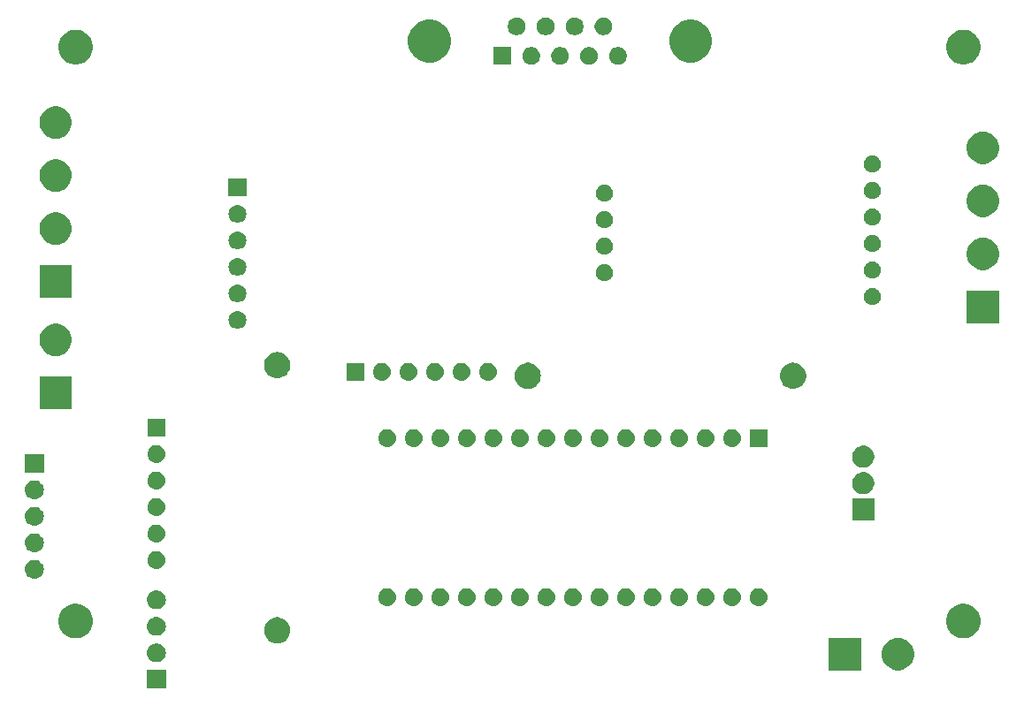
<source format=gbr>
G04 #@! TF.GenerationSoftware,KiCad,Pcbnew,(5.0.1)-3*
G04 #@! TF.CreationDate,2018-11-29T18:52:30+01:00*
G04 #@! TF.ProjectId,Board,426F6172642E6B696361645F70636200,rev?*
G04 #@! TF.SameCoordinates,Original*
G04 #@! TF.FileFunction,Soldermask,Top*
G04 #@! TF.FilePolarity,Negative*
%FSLAX46Y46*%
G04 Gerber Fmt 4.6, Leading zero omitted, Abs format (unit mm)*
G04 Created by KiCad (PCBNEW (5.0.1)-3) date 11/29/18 18:52:30*
%MOMM*%
%LPD*%
G01*
G04 APERTURE LIST*
%ADD10C,0.100000*%
G04 APERTURE END LIST*
D10*
G36*
X94030590Y-102283878D02*
X92228590Y-102283878D01*
X92228590Y-100481878D01*
X94030590Y-100481878D01*
X94030590Y-102283878D01*
X94030590Y-102283878D01*
G37*
G36*
X164475117Y-97458614D02*
X164575000Y-97478482D01*
X164857264Y-97595399D01*
X165111295Y-97765137D01*
X165327331Y-97981173D01*
X165497069Y-98235204D01*
X165605264Y-98496411D01*
X165613986Y-98517469D01*
X165673590Y-98817116D01*
X165673590Y-99122640D01*
X165660321Y-99189345D01*
X165613986Y-99422288D01*
X165497069Y-99704552D01*
X165327331Y-99958583D01*
X165111295Y-100174619D01*
X164857264Y-100344357D01*
X164575000Y-100461274D01*
X164475117Y-100481142D01*
X164275352Y-100520878D01*
X163969828Y-100520878D01*
X163770063Y-100481142D01*
X163670180Y-100461274D01*
X163387916Y-100344357D01*
X163133885Y-100174619D01*
X162917849Y-99958583D01*
X162748111Y-99704552D01*
X162631194Y-99422288D01*
X162584859Y-99189345D01*
X162571590Y-99122640D01*
X162571590Y-98817116D01*
X162631194Y-98517469D01*
X162639916Y-98496411D01*
X162748111Y-98235204D01*
X162917849Y-97981173D01*
X163133885Y-97765137D01*
X163387916Y-97595399D01*
X163670180Y-97478482D01*
X163770063Y-97458614D01*
X163969828Y-97418878D01*
X164275352Y-97418878D01*
X164475117Y-97458614D01*
X164475117Y-97458614D01*
G37*
G36*
X160593590Y-100520878D02*
X157491590Y-100520878D01*
X157491590Y-97418878D01*
X160593590Y-97418878D01*
X160593590Y-100520878D01*
X160593590Y-100520878D01*
G37*
G36*
X93240032Y-97948396D02*
X93306217Y-97954915D01*
X93392778Y-97981173D01*
X93476057Y-98006435D01*
X93614677Y-98080530D01*
X93632581Y-98090100D01*
X93668319Y-98119430D01*
X93769776Y-98202692D01*
X93853038Y-98304149D01*
X93882368Y-98339887D01*
X93882369Y-98339889D01*
X93966033Y-98496411D01*
X93966033Y-98496412D01*
X94017553Y-98666251D01*
X94034949Y-98842878D01*
X94017553Y-99019505D01*
X93986268Y-99122638D01*
X93966033Y-99189345D01*
X93891938Y-99327965D01*
X93882368Y-99345869D01*
X93853038Y-99381607D01*
X93769776Y-99483064D01*
X93668319Y-99566326D01*
X93632581Y-99595656D01*
X93632579Y-99595657D01*
X93476057Y-99679321D01*
X93419443Y-99696494D01*
X93306217Y-99730841D01*
X93240033Y-99737359D01*
X93173850Y-99743878D01*
X93085330Y-99743878D01*
X93019147Y-99737359D01*
X92952963Y-99730841D01*
X92839737Y-99696494D01*
X92783123Y-99679321D01*
X92626601Y-99595657D01*
X92626599Y-99595656D01*
X92590861Y-99566326D01*
X92489404Y-99483064D01*
X92406142Y-99381607D01*
X92376812Y-99345869D01*
X92367242Y-99327965D01*
X92293147Y-99189345D01*
X92272912Y-99122638D01*
X92241627Y-99019505D01*
X92224231Y-98842878D01*
X92241627Y-98666251D01*
X92293147Y-98496412D01*
X92293147Y-98496411D01*
X92376811Y-98339889D01*
X92376812Y-98339887D01*
X92406142Y-98304149D01*
X92489404Y-98202692D01*
X92590861Y-98119430D01*
X92626599Y-98090100D01*
X92644503Y-98080530D01*
X92783123Y-98006435D01*
X92866402Y-97981173D01*
X92952963Y-97954915D01*
X93019148Y-97948396D01*
X93085330Y-97941878D01*
X93173850Y-97941878D01*
X93240032Y-97948396D01*
X93240032Y-97948396D01*
G37*
G36*
X104931829Y-95450979D02*
X105167643Y-95522512D01*
X105384971Y-95638677D01*
X105575461Y-95795007D01*
X105731791Y-95985497D01*
X105847956Y-96202825D01*
X105919489Y-96438639D01*
X105943643Y-96683878D01*
X105919489Y-96929117D01*
X105847956Y-97164931D01*
X105731791Y-97382259D01*
X105575461Y-97572749D01*
X105384971Y-97729079D01*
X105167643Y-97845244D01*
X104931829Y-97916777D01*
X104748047Y-97934878D01*
X104625133Y-97934878D01*
X104441351Y-97916777D01*
X104205537Y-97845244D01*
X103988209Y-97729079D01*
X103797719Y-97572749D01*
X103641389Y-97382259D01*
X103525224Y-97164931D01*
X103453691Y-96929117D01*
X103429537Y-96683878D01*
X103453691Y-96438639D01*
X103525224Y-96202825D01*
X103641389Y-95985497D01*
X103797719Y-95795007D01*
X103988209Y-95638677D01*
X104205537Y-95522512D01*
X104441351Y-95450979D01*
X104625133Y-95432878D01*
X104748047Y-95432878D01*
X104931829Y-95450979D01*
X104931829Y-95450979D01*
G37*
G36*
X85757846Y-94195176D02*
X85864169Y-94216325D01*
X86164632Y-94340781D01*
X86257843Y-94403063D01*
X86435044Y-94521465D01*
X86665003Y-94751424D01*
X86845688Y-95021838D01*
X86970143Y-95322300D01*
X87033075Y-95638677D01*
X87033590Y-95641269D01*
X87033590Y-95966487D01*
X86970143Y-96285457D01*
X86845687Y-96585920D01*
X86780233Y-96683878D01*
X86665003Y-96856332D01*
X86435044Y-97086291D01*
X86435041Y-97086293D01*
X86164632Y-97266975D01*
X85864169Y-97391431D01*
X85757846Y-97412580D01*
X85545201Y-97454878D01*
X85219979Y-97454878D01*
X85007334Y-97412580D01*
X84901011Y-97391431D01*
X84600548Y-97266975D01*
X84330139Y-97086293D01*
X84330136Y-97086291D01*
X84100177Y-96856332D01*
X83984947Y-96683878D01*
X83919493Y-96585920D01*
X83795037Y-96285457D01*
X83731590Y-95966487D01*
X83731590Y-95641269D01*
X83732106Y-95638677D01*
X83795037Y-95322300D01*
X83919492Y-95021838D01*
X84100177Y-94751424D01*
X84330136Y-94521465D01*
X84507337Y-94403063D01*
X84600548Y-94340781D01*
X84901011Y-94216325D01*
X85007334Y-94195176D01*
X85219979Y-94152878D01*
X85545201Y-94152878D01*
X85757846Y-94195176D01*
X85757846Y-94195176D01*
G37*
G36*
X170757846Y-94195176D02*
X170864169Y-94216325D01*
X171164632Y-94340781D01*
X171257843Y-94403063D01*
X171435044Y-94521465D01*
X171665003Y-94751424D01*
X171845688Y-95021838D01*
X171970143Y-95322300D01*
X172033075Y-95638677D01*
X172033590Y-95641269D01*
X172033590Y-95966487D01*
X171970143Y-96285457D01*
X171845687Y-96585920D01*
X171780233Y-96683878D01*
X171665003Y-96856332D01*
X171435044Y-97086291D01*
X171435041Y-97086293D01*
X171164632Y-97266975D01*
X170864169Y-97391431D01*
X170757846Y-97412580D01*
X170545201Y-97454878D01*
X170219979Y-97454878D01*
X170007334Y-97412580D01*
X169901011Y-97391431D01*
X169600548Y-97266975D01*
X169330139Y-97086293D01*
X169330136Y-97086291D01*
X169100177Y-96856332D01*
X168984947Y-96683878D01*
X168919493Y-96585920D01*
X168795037Y-96285457D01*
X168731590Y-95966487D01*
X168731590Y-95641269D01*
X168732106Y-95638677D01*
X168795037Y-95322300D01*
X168919492Y-95021838D01*
X169100177Y-94751424D01*
X169330136Y-94521465D01*
X169507337Y-94403063D01*
X169600548Y-94340781D01*
X169901011Y-94216325D01*
X170007334Y-94195176D01*
X170219979Y-94152878D01*
X170545201Y-94152878D01*
X170757846Y-94195176D01*
X170757846Y-94195176D01*
G37*
G36*
X93240032Y-95408396D02*
X93306217Y-95414915D01*
X93419443Y-95449262D01*
X93476057Y-95466435D01*
X93580968Y-95522512D01*
X93632581Y-95550100D01*
X93668319Y-95579430D01*
X93769776Y-95662692D01*
X93853038Y-95764149D01*
X93882368Y-95799887D01*
X93882369Y-95799889D01*
X93966033Y-95956411D01*
X93966033Y-95956412D01*
X94017553Y-96126251D01*
X94034949Y-96302878D01*
X94017553Y-96479505D01*
X93985273Y-96585918D01*
X93966033Y-96649345D01*
X93947574Y-96683878D01*
X93882368Y-96805869D01*
X93853038Y-96841607D01*
X93769776Y-96943064D01*
X93668319Y-97026326D01*
X93632581Y-97055656D01*
X93632579Y-97055657D01*
X93476057Y-97139321D01*
X93419443Y-97156494D01*
X93306217Y-97190841D01*
X93240033Y-97197359D01*
X93173850Y-97203878D01*
X93085330Y-97203878D01*
X93019147Y-97197359D01*
X92952963Y-97190841D01*
X92839737Y-97156494D01*
X92783123Y-97139321D01*
X92626601Y-97055657D01*
X92626599Y-97055656D01*
X92590861Y-97026326D01*
X92489404Y-96943064D01*
X92406142Y-96841607D01*
X92376812Y-96805869D01*
X92311606Y-96683878D01*
X92293147Y-96649345D01*
X92273907Y-96585918D01*
X92241627Y-96479505D01*
X92224231Y-96302878D01*
X92241627Y-96126251D01*
X92293147Y-95956412D01*
X92293147Y-95956411D01*
X92376811Y-95799889D01*
X92376812Y-95799887D01*
X92406142Y-95764149D01*
X92489404Y-95662692D01*
X92590861Y-95579430D01*
X92626599Y-95550100D01*
X92678212Y-95522512D01*
X92783123Y-95466435D01*
X92839737Y-95449262D01*
X92952963Y-95414915D01*
X93019148Y-95408396D01*
X93085330Y-95401878D01*
X93173850Y-95401878D01*
X93240032Y-95408396D01*
X93240032Y-95408396D01*
G37*
G36*
X93240033Y-92868397D02*
X93306217Y-92874915D01*
X93419443Y-92909262D01*
X93476057Y-92926435D01*
X93614677Y-93000530D01*
X93632581Y-93010100D01*
X93661459Y-93033800D01*
X93769776Y-93122692D01*
X93853038Y-93224149D01*
X93882368Y-93259887D01*
X93882369Y-93259889D01*
X93966033Y-93416411D01*
X93966033Y-93416412D01*
X94017553Y-93586251D01*
X94034949Y-93762878D01*
X94017553Y-93939505D01*
X94004069Y-93983956D01*
X93966033Y-94109345D01*
X93908850Y-94216325D01*
X93882368Y-94265869D01*
X93853038Y-94301607D01*
X93769776Y-94403064D01*
X93668319Y-94486326D01*
X93632581Y-94515656D01*
X93632579Y-94515657D01*
X93476057Y-94599321D01*
X93419443Y-94616494D01*
X93306217Y-94650841D01*
X93240032Y-94657360D01*
X93173850Y-94663878D01*
X93085330Y-94663878D01*
X93019148Y-94657360D01*
X92952963Y-94650841D01*
X92839737Y-94616494D01*
X92783123Y-94599321D01*
X92626601Y-94515657D01*
X92626599Y-94515656D01*
X92590861Y-94486326D01*
X92489404Y-94403064D01*
X92406142Y-94301607D01*
X92376812Y-94265869D01*
X92350330Y-94216325D01*
X92293147Y-94109345D01*
X92255111Y-93983956D01*
X92241627Y-93939505D01*
X92224231Y-93762878D01*
X92241627Y-93586251D01*
X92293147Y-93416412D01*
X92293147Y-93416411D01*
X92376811Y-93259889D01*
X92376812Y-93259887D01*
X92406142Y-93224149D01*
X92489404Y-93122692D01*
X92597721Y-93033800D01*
X92626599Y-93010100D01*
X92644503Y-93000530D01*
X92783123Y-92926435D01*
X92839737Y-92909262D01*
X92952963Y-92874915D01*
X93019147Y-92868397D01*
X93085330Y-92861878D01*
X93173850Y-92861878D01*
X93240033Y-92868397D01*
X93240033Y-92868397D01*
G37*
G36*
X150954411Y-92670191D02*
X150954414Y-92670192D01*
X150954415Y-92670192D01*
X151114829Y-92718853D01*
X151114831Y-92718854D01*
X151114834Y-92718855D01*
X151262668Y-92797873D01*
X151392249Y-92904219D01*
X151498595Y-93033800D01*
X151577613Y-93181634D01*
X151577614Y-93181637D01*
X151577615Y-93181639D01*
X151626276Y-93342053D01*
X151626277Y-93342057D01*
X151642707Y-93508878D01*
X151626277Y-93675699D01*
X151626276Y-93675702D01*
X151626276Y-93675703D01*
X151599832Y-93762878D01*
X151577613Y-93836122D01*
X151498595Y-93983956D01*
X151392249Y-94113537D01*
X151262668Y-94219883D01*
X151114834Y-94298901D01*
X151114831Y-94298902D01*
X151114829Y-94298903D01*
X150954415Y-94347564D01*
X150954414Y-94347564D01*
X150954411Y-94347565D01*
X150829394Y-94359878D01*
X150745786Y-94359878D01*
X150620769Y-94347565D01*
X150620766Y-94347564D01*
X150620765Y-94347564D01*
X150460351Y-94298903D01*
X150460349Y-94298902D01*
X150460346Y-94298901D01*
X150312512Y-94219883D01*
X150182931Y-94113537D01*
X150076585Y-93983956D01*
X149997567Y-93836122D01*
X149975349Y-93762878D01*
X149948904Y-93675703D01*
X149948904Y-93675702D01*
X149948903Y-93675699D01*
X149932473Y-93508878D01*
X149948903Y-93342057D01*
X149948904Y-93342053D01*
X149997565Y-93181639D01*
X149997566Y-93181637D01*
X149997567Y-93181634D01*
X150076585Y-93033800D01*
X150182931Y-92904219D01*
X150312512Y-92797873D01*
X150460346Y-92718855D01*
X150460349Y-92718854D01*
X150460351Y-92718853D01*
X150620765Y-92670192D01*
X150620766Y-92670192D01*
X150620769Y-92670191D01*
X150745786Y-92657878D01*
X150829394Y-92657878D01*
X150954411Y-92670191D01*
X150954411Y-92670191D01*
G37*
G36*
X115394411Y-92670191D02*
X115394414Y-92670192D01*
X115394415Y-92670192D01*
X115554829Y-92718853D01*
X115554831Y-92718854D01*
X115554834Y-92718855D01*
X115702668Y-92797873D01*
X115832249Y-92904219D01*
X115938595Y-93033800D01*
X116017613Y-93181634D01*
X116017614Y-93181637D01*
X116017615Y-93181639D01*
X116066276Y-93342053D01*
X116066277Y-93342057D01*
X116082707Y-93508878D01*
X116066277Y-93675699D01*
X116066276Y-93675702D01*
X116066276Y-93675703D01*
X116039832Y-93762878D01*
X116017613Y-93836122D01*
X115938595Y-93983956D01*
X115832249Y-94113537D01*
X115702668Y-94219883D01*
X115554834Y-94298901D01*
X115554831Y-94298902D01*
X115554829Y-94298903D01*
X115394415Y-94347564D01*
X115394414Y-94347564D01*
X115394411Y-94347565D01*
X115269394Y-94359878D01*
X115185786Y-94359878D01*
X115060769Y-94347565D01*
X115060766Y-94347564D01*
X115060765Y-94347564D01*
X114900351Y-94298903D01*
X114900349Y-94298902D01*
X114900346Y-94298901D01*
X114752512Y-94219883D01*
X114622931Y-94113537D01*
X114516585Y-93983956D01*
X114437567Y-93836122D01*
X114415349Y-93762878D01*
X114388904Y-93675703D01*
X114388904Y-93675702D01*
X114388903Y-93675699D01*
X114372473Y-93508878D01*
X114388903Y-93342057D01*
X114388904Y-93342053D01*
X114437565Y-93181639D01*
X114437566Y-93181637D01*
X114437567Y-93181634D01*
X114516585Y-93033800D01*
X114622931Y-92904219D01*
X114752512Y-92797873D01*
X114900346Y-92718855D01*
X114900349Y-92718854D01*
X114900351Y-92718853D01*
X115060765Y-92670192D01*
X115060766Y-92670192D01*
X115060769Y-92670191D01*
X115185786Y-92657878D01*
X115269394Y-92657878D01*
X115394411Y-92670191D01*
X115394411Y-92670191D01*
G37*
G36*
X145874411Y-92670191D02*
X145874414Y-92670192D01*
X145874415Y-92670192D01*
X146034829Y-92718853D01*
X146034831Y-92718854D01*
X146034834Y-92718855D01*
X146182668Y-92797873D01*
X146312249Y-92904219D01*
X146418595Y-93033800D01*
X146497613Y-93181634D01*
X146497614Y-93181637D01*
X146497615Y-93181639D01*
X146546276Y-93342053D01*
X146546277Y-93342057D01*
X146562707Y-93508878D01*
X146546277Y-93675699D01*
X146546276Y-93675702D01*
X146546276Y-93675703D01*
X146519832Y-93762878D01*
X146497613Y-93836122D01*
X146418595Y-93983956D01*
X146312249Y-94113537D01*
X146182668Y-94219883D01*
X146034834Y-94298901D01*
X146034831Y-94298902D01*
X146034829Y-94298903D01*
X145874415Y-94347564D01*
X145874414Y-94347564D01*
X145874411Y-94347565D01*
X145749394Y-94359878D01*
X145665786Y-94359878D01*
X145540769Y-94347565D01*
X145540766Y-94347564D01*
X145540765Y-94347564D01*
X145380351Y-94298903D01*
X145380349Y-94298902D01*
X145380346Y-94298901D01*
X145232512Y-94219883D01*
X145102931Y-94113537D01*
X144996585Y-93983956D01*
X144917567Y-93836122D01*
X144895349Y-93762878D01*
X144868904Y-93675703D01*
X144868904Y-93675702D01*
X144868903Y-93675699D01*
X144852473Y-93508878D01*
X144868903Y-93342057D01*
X144868904Y-93342053D01*
X144917565Y-93181639D01*
X144917566Y-93181637D01*
X144917567Y-93181634D01*
X144996585Y-93033800D01*
X145102931Y-92904219D01*
X145232512Y-92797873D01*
X145380346Y-92718855D01*
X145380349Y-92718854D01*
X145380351Y-92718853D01*
X145540765Y-92670192D01*
X145540766Y-92670192D01*
X145540769Y-92670191D01*
X145665786Y-92657878D01*
X145749394Y-92657878D01*
X145874411Y-92670191D01*
X145874411Y-92670191D01*
G37*
G36*
X143334411Y-92670191D02*
X143334414Y-92670192D01*
X143334415Y-92670192D01*
X143494829Y-92718853D01*
X143494831Y-92718854D01*
X143494834Y-92718855D01*
X143642668Y-92797873D01*
X143772249Y-92904219D01*
X143878595Y-93033800D01*
X143957613Y-93181634D01*
X143957614Y-93181637D01*
X143957615Y-93181639D01*
X144006276Y-93342053D01*
X144006277Y-93342057D01*
X144022707Y-93508878D01*
X144006277Y-93675699D01*
X144006276Y-93675702D01*
X144006276Y-93675703D01*
X143979832Y-93762878D01*
X143957613Y-93836122D01*
X143878595Y-93983956D01*
X143772249Y-94113537D01*
X143642668Y-94219883D01*
X143494834Y-94298901D01*
X143494831Y-94298902D01*
X143494829Y-94298903D01*
X143334415Y-94347564D01*
X143334414Y-94347564D01*
X143334411Y-94347565D01*
X143209394Y-94359878D01*
X143125786Y-94359878D01*
X143000769Y-94347565D01*
X143000766Y-94347564D01*
X143000765Y-94347564D01*
X142840351Y-94298903D01*
X142840349Y-94298902D01*
X142840346Y-94298901D01*
X142692512Y-94219883D01*
X142562931Y-94113537D01*
X142456585Y-93983956D01*
X142377567Y-93836122D01*
X142355349Y-93762878D01*
X142328904Y-93675703D01*
X142328904Y-93675702D01*
X142328903Y-93675699D01*
X142312473Y-93508878D01*
X142328903Y-93342057D01*
X142328904Y-93342053D01*
X142377565Y-93181639D01*
X142377566Y-93181637D01*
X142377567Y-93181634D01*
X142456585Y-93033800D01*
X142562931Y-92904219D01*
X142692512Y-92797873D01*
X142840346Y-92718855D01*
X142840349Y-92718854D01*
X142840351Y-92718853D01*
X143000765Y-92670192D01*
X143000766Y-92670192D01*
X143000769Y-92670191D01*
X143125786Y-92657878D01*
X143209394Y-92657878D01*
X143334411Y-92670191D01*
X143334411Y-92670191D01*
G37*
G36*
X140794411Y-92670191D02*
X140794414Y-92670192D01*
X140794415Y-92670192D01*
X140954829Y-92718853D01*
X140954831Y-92718854D01*
X140954834Y-92718855D01*
X141102668Y-92797873D01*
X141232249Y-92904219D01*
X141338595Y-93033800D01*
X141417613Y-93181634D01*
X141417614Y-93181637D01*
X141417615Y-93181639D01*
X141466276Y-93342053D01*
X141466277Y-93342057D01*
X141482707Y-93508878D01*
X141466277Y-93675699D01*
X141466276Y-93675702D01*
X141466276Y-93675703D01*
X141439832Y-93762878D01*
X141417613Y-93836122D01*
X141338595Y-93983956D01*
X141232249Y-94113537D01*
X141102668Y-94219883D01*
X140954834Y-94298901D01*
X140954831Y-94298902D01*
X140954829Y-94298903D01*
X140794415Y-94347564D01*
X140794414Y-94347564D01*
X140794411Y-94347565D01*
X140669394Y-94359878D01*
X140585786Y-94359878D01*
X140460769Y-94347565D01*
X140460766Y-94347564D01*
X140460765Y-94347564D01*
X140300351Y-94298903D01*
X140300349Y-94298902D01*
X140300346Y-94298901D01*
X140152512Y-94219883D01*
X140022931Y-94113537D01*
X139916585Y-93983956D01*
X139837567Y-93836122D01*
X139815349Y-93762878D01*
X139788904Y-93675703D01*
X139788904Y-93675702D01*
X139788903Y-93675699D01*
X139772473Y-93508878D01*
X139788903Y-93342057D01*
X139788904Y-93342053D01*
X139837565Y-93181639D01*
X139837566Y-93181637D01*
X139837567Y-93181634D01*
X139916585Y-93033800D01*
X140022931Y-92904219D01*
X140152512Y-92797873D01*
X140300346Y-92718855D01*
X140300349Y-92718854D01*
X140300351Y-92718853D01*
X140460765Y-92670192D01*
X140460766Y-92670192D01*
X140460769Y-92670191D01*
X140585786Y-92657878D01*
X140669394Y-92657878D01*
X140794411Y-92670191D01*
X140794411Y-92670191D01*
G37*
G36*
X138254411Y-92670191D02*
X138254414Y-92670192D01*
X138254415Y-92670192D01*
X138414829Y-92718853D01*
X138414831Y-92718854D01*
X138414834Y-92718855D01*
X138562668Y-92797873D01*
X138692249Y-92904219D01*
X138798595Y-93033800D01*
X138877613Y-93181634D01*
X138877614Y-93181637D01*
X138877615Y-93181639D01*
X138926276Y-93342053D01*
X138926277Y-93342057D01*
X138942707Y-93508878D01*
X138926277Y-93675699D01*
X138926276Y-93675702D01*
X138926276Y-93675703D01*
X138899832Y-93762878D01*
X138877613Y-93836122D01*
X138798595Y-93983956D01*
X138692249Y-94113537D01*
X138562668Y-94219883D01*
X138414834Y-94298901D01*
X138414831Y-94298902D01*
X138414829Y-94298903D01*
X138254415Y-94347564D01*
X138254414Y-94347564D01*
X138254411Y-94347565D01*
X138129394Y-94359878D01*
X138045786Y-94359878D01*
X137920769Y-94347565D01*
X137920766Y-94347564D01*
X137920765Y-94347564D01*
X137760351Y-94298903D01*
X137760349Y-94298902D01*
X137760346Y-94298901D01*
X137612512Y-94219883D01*
X137482931Y-94113537D01*
X137376585Y-93983956D01*
X137297567Y-93836122D01*
X137275349Y-93762878D01*
X137248904Y-93675703D01*
X137248904Y-93675702D01*
X137248903Y-93675699D01*
X137232473Y-93508878D01*
X137248903Y-93342057D01*
X137248904Y-93342053D01*
X137297565Y-93181639D01*
X137297566Y-93181637D01*
X137297567Y-93181634D01*
X137376585Y-93033800D01*
X137482931Y-92904219D01*
X137612512Y-92797873D01*
X137760346Y-92718855D01*
X137760349Y-92718854D01*
X137760351Y-92718853D01*
X137920765Y-92670192D01*
X137920766Y-92670192D01*
X137920769Y-92670191D01*
X138045786Y-92657878D01*
X138129394Y-92657878D01*
X138254411Y-92670191D01*
X138254411Y-92670191D01*
G37*
G36*
X135714411Y-92670191D02*
X135714414Y-92670192D01*
X135714415Y-92670192D01*
X135874829Y-92718853D01*
X135874831Y-92718854D01*
X135874834Y-92718855D01*
X136022668Y-92797873D01*
X136152249Y-92904219D01*
X136258595Y-93033800D01*
X136337613Y-93181634D01*
X136337614Y-93181637D01*
X136337615Y-93181639D01*
X136386276Y-93342053D01*
X136386277Y-93342057D01*
X136402707Y-93508878D01*
X136386277Y-93675699D01*
X136386276Y-93675702D01*
X136386276Y-93675703D01*
X136359832Y-93762878D01*
X136337613Y-93836122D01*
X136258595Y-93983956D01*
X136152249Y-94113537D01*
X136022668Y-94219883D01*
X135874834Y-94298901D01*
X135874831Y-94298902D01*
X135874829Y-94298903D01*
X135714415Y-94347564D01*
X135714414Y-94347564D01*
X135714411Y-94347565D01*
X135589394Y-94359878D01*
X135505786Y-94359878D01*
X135380769Y-94347565D01*
X135380766Y-94347564D01*
X135380765Y-94347564D01*
X135220351Y-94298903D01*
X135220349Y-94298902D01*
X135220346Y-94298901D01*
X135072512Y-94219883D01*
X134942931Y-94113537D01*
X134836585Y-93983956D01*
X134757567Y-93836122D01*
X134735349Y-93762878D01*
X134708904Y-93675703D01*
X134708904Y-93675702D01*
X134708903Y-93675699D01*
X134692473Y-93508878D01*
X134708903Y-93342057D01*
X134708904Y-93342053D01*
X134757565Y-93181639D01*
X134757566Y-93181637D01*
X134757567Y-93181634D01*
X134836585Y-93033800D01*
X134942931Y-92904219D01*
X135072512Y-92797873D01*
X135220346Y-92718855D01*
X135220349Y-92718854D01*
X135220351Y-92718853D01*
X135380765Y-92670192D01*
X135380766Y-92670192D01*
X135380769Y-92670191D01*
X135505786Y-92657878D01*
X135589394Y-92657878D01*
X135714411Y-92670191D01*
X135714411Y-92670191D01*
G37*
G36*
X130634411Y-92670191D02*
X130634414Y-92670192D01*
X130634415Y-92670192D01*
X130794829Y-92718853D01*
X130794831Y-92718854D01*
X130794834Y-92718855D01*
X130942668Y-92797873D01*
X131072249Y-92904219D01*
X131178595Y-93033800D01*
X131257613Y-93181634D01*
X131257614Y-93181637D01*
X131257615Y-93181639D01*
X131306276Y-93342053D01*
X131306277Y-93342057D01*
X131322707Y-93508878D01*
X131306277Y-93675699D01*
X131306276Y-93675702D01*
X131306276Y-93675703D01*
X131279832Y-93762878D01*
X131257613Y-93836122D01*
X131178595Y-93983956D01*
X131072249Y-94113537D01*
X130942668Y-94219883D01*
X130794834Y-94298901D01*
X130794831Y-94298902D01*
X130794829Y-94298903D01*
X130634415Y-94347564D01*
X130634414Y-94347564D01*
X130634411Y-94347565D01*
X130509394Y-94359878D01*
X130425786Y-94359878D01*
X130300769Y-94347565D01*
X130300766Y-94347564D01*
X130300765Y-94347564D01*
X130140351Y-94298903D01*
X130140349Y-94298902D01*
X130140346Y-94298901D01*
X129992512Y-94219883D01*
X129862931Y-94113537D01*
X129756585Y-93983956D01*
X129677567Y-93836122D01*
X129655349Y-93762878D01*
X129628904Y-93675703D01*
X129628904Y-93675702D01*
X129628903Y-93675699D01*
X129612473Y-93508878D01*
X129628903Y-93342057D01*
X129628904Y-93342053D01*
X129677565Y-93181639D01*
X129677566Y-93181637D01*
X129677567Y-93181634D01*
X129756585Y-93033800D01*
X129862931Y-92904219D01*
X129992512Y-92797873D01*
X130140346Y-92718855D01*
X130140349Y-92718854D01*
X130140351Y-92718853D01*
X130300765Y-92670192D01*
X130300766Y-92670192D01*
X130300769Y-92670191D01*
X130425786Y-92657878D01*
X130509394Y-92657878D01*
X130634411Y-92670191D01*
X130634411Y-92670191D01*
G37*
G36*
X128094411Y-92670191D02*
X128094414Y-92670192D01*
X128094415Y-92670192D01*
X128254829Y-92718853D01*
X128254831Y-92718854D01*
X128254834Y-92718855D01*
X128402668Y-92797873D01*
X128532249Y-92904219D01*
X128638595Y-93033800D01*
X128717613Y-93181634D01*
X128717614Y-93181637D01*
X128717615Y-93181639D01*
X128766276Y-93342053D01*
X128766277Y-93342057D01*
X128782707Y-93508878D01*
X128766277Y-93675699D01*
X128766276Y-93675702D01*
X128766276Y-93675703D01*
X128739832Y-93762878D01*
X128717613Y-93836122D01*
X128638595Y-93983956D01*
X128532249Y-94113537D01*
X128402668Y-94219883D01*
X128254834Y-94298901D01*
X128254831Y-94298902D01*
X128254829Y-94298903D01*
X128094415Y-94347564D01*
X128094414Y-94347564D01*
X128094411Y-94347565D01*
X127969394Y-94359878D01*
X127885786Y-94359878D01*
X127760769Y-94347565D01*
X127760766Y-94347564D01*
X127760765Y-94347564D01*
X127600351Y-94298903D01*
X127600349Y-94298902D01*
X127600346Y-94298901D01*
X127452512Y-94219883D01*
X127322931Y-94113537D01*
X127216585Y-93983956D01*
X127137567Y-93836122D01*
X127115349Y-93762878D01*
X127088904Y-93675703D01*
X127088904Y-93675702D01*
X127088903Y-93675699D01*
X127072473Y-93508878D01*
X127088903Y-93342057D01*
X127088904Y-93342053D01*
X127137565Y-93181639D01*
X127137566Y-93181637D01*
X127137567Y-93181634D01*
X127216585Y-93033800D01*
X127322931Y-92904219D01*
X127452512Y-92797873D01*
X127600346Y-92718855D01*
X127600349Y-92718854D01*
X127600351Y-92718853D01*
X127760765Y-92670192D01*
X127760766Y-92670192D01*
X127760769Y-92670191D01*
X127885786Y-92657878D01*
X127969394Y-92657878D01*
X128094411Y-92670191D01*
X128094411Y-92670191D01*
G37*
G36*
X148414411Y-92670191D02*
X148414414Y-92670192D01*
X148414415Y-92670192D01*
X148574829Y-92718853D01*
X148574831Y-92718854D01*
X148574834Y-92718855D01*
X148722668Y-92797873D01*
X148852249Y-92904219D01*
X148958595Y-93033800D01*
X149037613Y-93181634D01*
X149037614Y-93181637D01*
X149037615Y-93181639D01*
X149086276Y-93342053D01*
X149086277Y-93342057D01*
X149102707Y-93508878D01*
X149086277Y-93675699D01*
X149086276Y-93675702D01*
X149086276Y-93675703D01*
X149059832Y-93762878D01*
X149037613Y-93836122D01*
X148958595Y-93983956D01*
X148852249Y-94113537D01*
X148722668Y-94219883D01*
X148574834Y-94298901D01*
X148574831Y-94298902D01*
X148574829Y-94298903D01*
X148414415Y-94347564D01*
X148414414Y-94347564D01*
X148414411Y-94347565D01*
X148289394Y-94359878D01*
X148205786Y-94359878D01*
X148080769Y-94347565D01*
X148080766Y-94347564D01*
X148080765Y-94347564D01*
X147920351Y-94298903D01*
X147920349Y-94298902D01*
X147920346Y-94298901D01*
X147772512Y-94219883D01*
X147642931Y-94113537D01*
X147536585Y-93983956D01*
X147457567Y-93836122D01*
X147435349Y-93762878D01*
X147408904Y-93675703D01*
X147408904Y-93675702D01*
X147408903Y-93675699D01*
X147392473Y-93508878D01*
X147408903Y-93342057D01*
X147408904Y-93342053D01*
X147457565Y-93181639D01*
X147457566Y-93181637D01*
X147457567Y-93181634D01*
X147536585Y-93033800D01*
X147642931Y-92904219D01*
X147772512Y-92797873D01*
X147920346Y-92718855D01*
X147920349Y-92718854D01*
X147920351Y-92718853D01*
X148080765Y-92670192D01*
X148080766Y-92670192D01*
X148080769Y-92670191D01*
X148205786Y-92657878D01*
X148289394Y-92657878D01*
X148414411Y-92670191D01*
X148414411Y-92670191D01*
G37*
G36*
X123014411Y-92670191D02*
X123014414Y-92670192D01*
X123014415Y-92670192D01*
X123174829Y-92718853D01*
X123174831Y-92718854D01*
X123174834Y-92718855D01*
X123322668Y-92797873D01*
X123452249Y-92904219D01*
X123558595Y-93033800D01*
X123637613Y-93181634D01*
X123637614Y-93181637D01*
X123637615Y-93181639D01*
X123686276Y-93342053D01*
X123686277Y-93342057D01*
X123702707Y-93508878D01*
X123686277Y-93675699D01*
X123686276Y-93675702D01*
X123686276Y-93675703D01*
X123659832Y-93762878D01*
X123637613Y-93836122D01*
X123558595Y-93983956D01*
X123452249Y-94113537D01*
X123322668Y-94219883D01*
X123174834Y-94298901D01*
X123174831Y-94298902D01*
X123174829Y-94298903D01*
X123014415Y-94347564D01*
X123014414Y-94347564D01*
X123014411Y-94347565D01*
X122889394Y-94359878D01*
X122805786Y-94359878D01*
X122680769Y-94347565D01*
X122680766Y-94347564D01*
X122680765Y-94347564D01*
X122520351Y-94298903D01*
X122520349Y-94298902D01*
X122520346Y-94298901D01*
X122372512Y-94219883D01*
X122242931Y-94113537D01*
X122136585Y-93983956D01*
X122057567Y-93836122D01*
X122035349Y-93762878D01*
X122008904Y-93675703D01*
X122008904Y-93675702D01*
X122008903Y-93675699D01*
X121992473Y-93508878D01*
X122008903Y-93342057D01*
X122008904Y-93342053D01*
X122057565Y-93181639D01*
X122057566Y-93181637D01*
X122057567Y-93181634D01*
X122136585Y-93033800D01*
X122242931Y-92904219D01*
X122372512Y-92797873D01*
X122520346Y-92718855D01*
X122520349Y-92718854D01*
X122520351Y-92718853D01*
X122680765Y-92670192D01*
X122680766Y-92670192D01*
X122680769Y-92670191D01*
X122805786Y-92657878D01*
X122889394Y-92657878D01*
X123014411Y-92670191D01*
X123014411Y-92670191D01*
G37*
G36*
X120474411Y-92670191D02*
X120474414Y-92670192D01*
X120474415Y-92670192D01*
X120634829Y-92718853D01*
X120634831Y-92718854D01*
X120634834Y-92718855D01*
X120782668Y-92797873D01*
X120912249Y-92904219D01*
X121018595Y-93033800D01*
X121097613Y-93181634D01*
X121097614Y-93181637D01*
X121097615Y-93181639D01*
X121146276Y-93342053D01*
X121146277Y-93342057D01*
X121162707Y-93508878D01*
X121146277Y-93675699D01*
X121146276Y-93675702D01*
X121146276Y-93675703D01*
X121119832Y-93762878D01*
X121097613Y-93836122D01*
X121018595Y-93983956D01*
X120912249Y-94113537D01*
X120782668Y-94219883D01*
X120634834Y-94298901D01*
X120634831Y-94298902D01*
X120634829Y-94298903D01*
X120474415Y-94347564D01*
X120474414Y-94347564D01*
X120474411Y-94347565D01*
X120349394Y-94359878D01*
X120265786Y-94359878D01*
X120140769Y-94347565D01*
X120140766Y-94347564D01*
X120140765Y-94347564D01*
X119980351Y-94298903D01*
X119980349Y-94298902D01*
X119980346Y-94298901D01*
X119832512Y-94219883D01*
X119702931Y-94113537D01*
X119596585Y-93983956D01*
X119517567Y-93836122D01*
X119495349Y-93762878D01*
X119468904Y-93675703D01*
X119468904Y-93675702D01*
X119468903Y-93675699D01*
X119452473Y-93508878D01*
X119468903Y-93342057D01*
X119468904Y-93342053D01*
X119517565Y-93181639D01*
X119517566Y-93181637D01*
X119517567Y-93181634D01*
X119596585Y-93033800D01*
X119702931Y-92904219D01*
X119832512Y-92797873D01*
X119980346Y-92718855D01*
X119980349Y-92718854D01*
X119980351Y-92718853D01*
X120140765Y-92670192D01*
X120140766Y-92670192D01*
X120140769Y-92670191D01*
X120265786Y-92657878D01*
X120349394Y-92657878D01*
X120474411Y-92670191D01*
X120474411Y-92670191D01*
G37*
G36*
X125554411Y-92670191D02*
X125554414Y-92670192D01*
X125554415Y-92670192D01*
X125714829Y-92718853D01*
X125714831Y-92718854D01*
X125714834Y-92718855D01*
X125862668Y-92797873D01*
X125992249Y-92904219D01*
X126098595Y-93033800D01*
X126177613Y-93181634D01*
X126177614Y-93181637D01*
X126177615Y-93181639D01*
X126226276Y-93342053D01*
X126226277Y-93342057D01*
X126242707Y-93508878D01*
X126226277Y-93675699D01*
X126226276Y-93675702D01*
X126226276Y-93675703D01*
X126199832Y-93762878D01*
X126177613Y-93836122D01*
X126098595Y-93983956D01*
X125992249Y-94113537D01*
X125862668Y-94219883D01*
X125714834Y-94298901D01*
X125714831Y-94298902D01*
X125714829Y-94298903D01*
X125554415Y-94347564D01*
X125554414Y-94347564D01*
X125554411Y-94347565D01*
X125429394Y-94359878D01*
X125345786Y-94359878D01*
X125220769Y-94347565D01*
X125220766Y-94347564D01*
X125220765Y-94347564D01*
X125060351Y-94298903D01*
X125060349Y-94298902D01*
X125060346Y-94298901D01*
X124912512Y-94219883D01*
X124782931Y-94113537D01*
X124676585Y-93983956D01*
X124597567Y-93836122D01*
X124575349Y-93762878D01*
X124548904Y-93675703D01*
X124548904Y-93675702D01*
X124548903Y-93675699D01*
X124532473Y-93508878D01*
X124548903Y-93342057D01*
X124548904Y-93342053D01*
X124597565Y-93181639D01*
X124597566Y-93181637D01*
X124597567Y-93181634D01*
X124676585Y-93033800D01*
X124782931Y-92904219D01*
X124912512Y-92797873D01*
X125060346Y-92718855D01*
X125060349Y-92718854D01*
X125060351Y-92718853D01*
X125220765Y-92670192D01*
X125220766Y-92670192D01*
X125220769Y-92670191D01*
X125345786Y-92657878D01*
X125429394Y-92657878D01*
X125554411Y-92670191D01*
X125554411Y-92670191D01*
G37*
G36*
X117934411Y-92670191D02*
X117934414Y-92670192D01*
X117934415Y-92670192D01*
X118094829Y-92718853D01*
X118094831Y-92718854D01*
X118094834Y-92718855D01*
X118242668Y-92797873D01*
X118372249Y-92904219D01*
X118478595Y-93033800D01*
X118557613Y-93181634D01*
X118557614Y-93181637D01*
X118557615Y-93181639D01*
X118606276Y-93342053D01*
X118606277Y-93342057D01*
X118622707Y-93508878D01*
X118606277Y-93675699D01*
X118606276Y-93675702D01*
X118606276Y-93675703D01*
X118579832Y-93762878D01*
X118557613Y-93836122D01*
X118478595Y-93983956D01*
X118372249Y-94113537D01*
X118242668Y-94219883D01*
X118094834Y-94298901D01*
X118094831Y-94298902D01*
X118094829Y-94298903D01*
X117934415Y-94347564D01*
X117934414Y-94347564D01*
X117934411Y-94347565D01*
X117809394Y-94359878D01*
X117725786Y-94359878D01*
X117600769Y-94347565D01*
X117600766Y-94347564D01*
X117600765Y-94347564D01*
X117440351Y-94298903D01*
X117440349Y-94298902D01*
X117440346Y-94298901D01*
X117292512Y-94219883D01*
X117162931Y-94113537D01*
X117056585Y-93983956D01*
X116977567Y-93836122D01*
X116955349Y-93762878D01*
X116928904Y-93675703D01*
X116928904Y-93675702D01*
X116928903Y-93675699D01*
X116912473Y-93508878D01*
X116928903Y-93342057D01*
X116928904Y-93342053D01*
X116977565Y-93181639D01*
X116977566Y-93181637D01*
X116977567Y-93181634D01*
X117056585Y-93033800D01*
X117162931Y-92904219D01*
X117292512Y-92797873D01*
X117440346Y-92718855D01*
X117440349Y-92718854D01*
X117440351Y-92718853D01*
X117600765Y-92670192D01*
X117600766Y-92670192D01*
X117600769Y-92670191D01*
X117725786Y-92657878D01*
X117809394Y-92657878D01*
X117934411Y-92670191D01*
X117934411Y-92670191D01*
G37*
G36*
X133174411Y-92670191D02*
X133174414Y-92670192D01*
X133174415Y-92670192D01*
X133334829Y-92718853D01*
X133334831Y-92718854D01*
X133334834Y-92718855D01*
X133482668Y-92797873D01*
X133612249Y-92904219D01*
X133718595Y-93033800D01*
X133797613Y-93181634D01*
X133797614Y-93181637D01*
X133797615Y-93181639D01*
X133846276Y-93342053D01*
X133846277Y-93342057D01*
X133862707Y-93508878D01*
X133846277Y-93675699D01*
X133846276Y-93675702D01*
X133846276Y-93675703D01*
X133819832Y-93762878D01*
X133797613Y-93836122D01*
X133718595Y-93983956D01*
X133612249Y-94113537D01*
X133482668Y-94219883D01*
X133334834Y-94298901D01*
X133334831Y-94298902D01*
X133334829Y-94298903D01*
X133174415Y-94347564D01*
X133174414Y-94347564D01*
X133174411Y-94347565D01*
X133049394Y-94359878D01*
X132965786Y-94359878D01*
X132840769Y-94347565D01*
X132840766Y-94347564D01*
X132840765Y-94347564D01*
X132680351Y-94298903D01*
X132680349Y-94298902D01*
X132680346Y-94298901D01*
X132532512Y-94219883D01*
X132402931Y-94113537D01*
X132296585Y-93983956D01*
X132217567Y-93836122D01*
X132195349Y-93762878D01*
X132168904Y-93675703D01*
X132168904Y-93675702D01*
X132168903Y-93675699D01*
X132152473Y-93508878D01*
X132168903Y-93342057D01*
X132168904Y-93342053D01*
X132217565Y-93181639D01*
X132217566Y-93181637D01*
X132217567Y-93181634D01*
X132296585Y-93033800D01*
X132402931Y-92904219D01*
X132532512Y-92797873D01*
X132680346Y-92718855D01*
X132680349Y-92718854D01*
X132680351Y-92718853D01*
X132840765Y-92670192D01*
X132840766Y-92670192D01*
X132840769Y-92670191D01*
X132965786Y-92657878D01*
X133049394Y-92657878D01*
X133174411Y-92670191D01*
X133174411Y-92670191D01*
G37*
G36*
X81556033Y-89947397D02*
X81622217Y-89953915D01*
X81735443Y-89988262D01*
X81792057Y-90005435D01*
X81930677Y-90079530D01*
X81948581Y-90089100D01*
X81984319Y-90118430D01*
X82085776Y-90201692D01*
X82169038Y-90303149D01*
X82198368Y-90338887D01*
X82198369Y-90338889D01*
X82282033Y-90495411D01*
X82282033Y-90495412D01*
X82333553Y-90665251D01*
X82350949Y-90841878D01*
X82333553Y-91018505D01*
X82299206Y-91131731D01*
X82282033Y-91188345D01*
X82207938Y-91326965D01*
X82198368Y-91344869D01*
X82169038Y-91380607D01*
X82085776Y-91482064D01*
X81984319Y-91565326D01*
X81948581Y-91594656D01*
X81948579Y-91594657D01*
X81792057Y-91678321D01*
X81735443Y-91695494D01*
X81622217Y-91729841D01*
X81556032Y-91736360D01*
X81489850Y-91742878D01*
X81401330Y-91742878D01*
X81335148Y-91736360D01*
X81268963Y-91729841D01*
X81155737Y-91695494D01*
X81099123Y-91678321D01*
X80942601Y-91594657D01*
X80942599Y-91594656D01*
X80906861Y-91565326D01*
X80805404Y-91482064D01*
X80722142Y-91380607D01*
X80692812Y-91344869D01*
X80683242Y-91326965D01*
X80609147Y-91188345D01*
X80591974Y-91131731D01*
X80557627Y-91018505D01*
X80540231Y-90841878D01*
X80557627Y-90665251D01*
X80609147Y-90495412D01*
X80609147Y-90495411D01*
X80692811Y-90338889D01*
X80692812Y-90338887D01*
X80722142Y-90303149D01*
X80805404Y-90201692D01*
X80906861Y-90118430D01*
X80942599Y-90089100D01*
X80960503Y-90079530D01*
X81099123Y-90005435D01*
X81155737Y-89988262D01*
X81268963Y-89953915D01*
X81335147Y-89947397D01*
X81401330Y-89940878D01*
X81489850Y-89940878D01*
X81556033Y-89947397D01*
X81556033Y-89947397D01*
G37*
G36*
X93296411Y-89114191D02*
X93296414Y-89114192D01*
X93296415Y-89114192D01*
X93456829Y-89162853D01*
X93456831Y-89162854D01*
X93456834Y-89162855D01*
X93604668Y-89241873D01*
X93734249Y-89348219D01*
X93840595Y-89477800D01*
X93919613Y-89625634D01*
X93968277Y-89786057D01*
X93984707Y-89952878D01*
X93968277Y-90119699D01*
X93968276Y-90119702D01*
X93968276Y-90119703D01*
X93943405Y-90201693D01*
X93919613Y-90280122D01*
X93840595Y-90427956D01*
X93734249Y-90557537D01*
X93604668Y-90663883D01*
X93456834Y-90742901D01*
X93456831Y-90742902D01*
X93456829Y-90742903D01*
X93296415Y-90791564D01*
X93296414Y-90791564D01*
X93296411Y-90791565D01*
X93171394Y-90803878D01*
X93087786Y-90803878D01*
X92962769Y-90791565D01*
X92962766Y-90791564D01*
X92962765Y-90791564D01*
X92802351Y-90742903D01*
X92802349Y-90742902D01*
X92802346Y-90742901D01*
X92654512Y-90663883D01*
X92524931Y-90557537D01*
X92418585Y-90427956D01*
X92339567Y-90280122D01*
X92315776Y-90201693D01*
X92290904Y-90119703D01*
X92290904Y-90119702D01*
X92290903Y-90119699D01*
X92274473Y-89952878D01*
X92290903Y-89786057D01*
X92339567Y-89625634D01*
X92418585Y-89477800D01*
X92524931Y-89348219D01*
X92654512Y-89241873D01*
X92802346Y-89162855D01*
X92802349Y-89162854D01*
X92802351Y-89162853D01*
X92962765Y-89114192D01*
X92962766Y-89114192D01*
X92962769Y-89114191D01*
X93087786Y-89101878D01*
X93171394Y-89101878D01*
X93296411Y-89114191D01*
X93296411Y-89114191D01*
G37*
G36*
X81556032Y-87407396D02*
X81622217Y-87413915D01*
X81735443Y-87448262D01*
X81792057Y-87465435D01*
X81930677Y-87539530D01*
X81948581Y-87549100D01*
X81984319Y-87578430D01*
X82085776Y-87661692D01*
X82169038Y-87763149D01*
X82198368Y-87798887D01*
X82198369Y-87798889D01*
X82282033Y-87955411D01*
X82282033Y-87955412D01*
X82333553Y-88125251D01*
X82350949Y-88301878D01*
X82333553Y-88478505D01*
X82299206Y-88591731D01*
X82282033Y-88648345D01*
X82207938Y-88786965D01*
X82198368Y-88804869D01*
X82169038Y-88840607D01*
X82085776Y-88942064D01*
X81984319Y-89025326D01*
X81948581Y-89054656D01*
X81948579Y-89054657D01*
X81792057Y-89138321D01*
X81735443Y-89155494D01*
X81622217Y-89189841D01*
X81556033Y-89196359D01*
X81489850Y-89202878D01*
X81401330Y-89202878D01*
X81335147Y-89196359D01*
X81268963Y-89189841D01*
X81155737Y-89155494D01*
X81099123Y-89138321D01*
X80942601Y-89054657D01*
X80942599Y-89054656D01*
X80906861Y-89025326D01*
X80805404Y-88942064D01*
X80722142Y-88840607D01*
X80692812Y-88804869D01*
X80683242Y-88786965D01*
X80609147Y-88648345D01*
X80591974Y-88591731D01*
X80557627Y-88478505D01*
X80540231Y-88301878D01*
X80557627Y-88125251D01*
X80609147Y-87955412D01*
X80609147Y-87955411D01*
X80692811Y-87798889D01*
X80692812Y-87798887D01*
X80722142Y-87763149D01*
X80805404Y-87661692D01*
X80906861Y-87578430D01*
X80942599Y-87549100D01*
X80960503Y-87539530D01*
X81099123Y-87465435D01*
X81155737Y-87448262D01*
X81268963Y-87413915D01*
X81335148Y-87407396D01*
X81401330Y-87400878D01*
X81489850Y-87400878D01*
X81556032Y-87407396D01*
X81556032Y-87407396D01*
G37*
G36*
X93296411Y-86574191D02*
X93296414Y-86574192D01*
X93296415Y-86574192D01*
X93456829Y-86622853D01*
X93456831Y-86622854D01*
X93456834Y-86622855D01*
X93604668Y-86701873D01*
X93734249Y-86808219D01*
X93840595Y-86937800D01*
X93919613Y-87085634D01*
X93968277Y-87246057D01*
X93984707Y-87412878D01*
X93968277Y-87579699D01*
X93968276Y-87579702D01*
X93968276Y-87579703D01*
X93943405Y-87661693D01*
X93919613Y-87740122D01*
X93840595Y-87887956D01*
X93734249Y-88017537D01*
X93604668Y-88123883D01*
X93456834Y-88202901D01*
X93456831Y-88202902D01*
X93456829Y-88202903D01*
X93296415Y-88251564D01*
X93296414Y-88251564D01*
X93296411Y-88251565D01*
X93171394Y-88263878D01*
X93087786Y-88263878D01*
X92962769Y-88251565D01*
X92962766Y-88251564D01*
X92962765Y-88251564D01*
X92802351Y-88202903D01*
X92802349Y-88202902D01*
X92802346Y-88202901D01*
X92654512Y-88123883D01*
X92524931Y-88017537D01*
X92418585Y-87887956D01*
X92339567Y-87740122D01*
X92315776Y-87661693D01*
X92290904Y-87579703D01*
X92290904Y-87579702D01*
X92290903Y-87579699D01*
X92274473Y-87412878D01*
X92290903Y-87246057D01*
X92339567Y-87085634D01*
X92418585Y-86937800D01*
X92524931Y-86808219D01*
X92654512Y-86701873D01*
X92802346Y-86622855D01*
X92802349Y-86622854D01*
X92802351Y-86622853D01*
X92962765Y-86574192D01*
X92962766Y-86574192D01*
X92962769Y-86574191D01*
X93087786Y-86561878D01*
X93171394Y-86561878D01*
X93296411Y-86574191D01*
X93296411Y-86574191D01*
G37*
G36*
X81556033Y-84867397D02*
X81622217Y-84873915D01*
X81735443Y-84908262D01*
X81792057Y-84925435D01*
X81930677Y-84999530D01*
X81948581Y-85009100D01*
X81984319Y-85038430D01*
X82085776Y-85121692D01*
X82169038Y-85223149D01*
X82198368Y-85258887D01*
X82198369Y-85258889D01*
X82282033Y-85415411D01*
X82282033Y-85415412D01*
X82333553Y-85585251D01*
X82350949Y-85761878D01*
X82333553Y-85938505D01*
X82299206Y-86051731D01*
X82282033Y-86108345D01*
X82244866Y-86177878D01*
X82198368Y-86264869D01*
X82169038Y-86300607D01*
X82085776Y-86402064D01*
X81984319Y-86485326D01*
X81948581Y-86514656D01*
X81948579Y-86514657D01*
X81792057Y-86598321D01*
X81735443Y-86615494D01*
X81622217Y-86649841D01*
X81556033Y-86656359D01*
X81489850Y-86662878D01*
X81401330Y-86662878D01*
X81335147Y-86656359D01*
X81268963Y-86649841D01*
X81155737Y-86615494D01*
X81099123Y-86598321D01*
X80942601Y-86514657D01*
X80942599Y-86514656D01*
X80906861Y-86485326D01*
X80805404Y-86402064D01*
X80722142Y-86300607D01*
X80692812Y-86264869D01*
X80646314Y-86177878D01*
X80609147Y-86108345D01*
X80591974Y-86051731D01*
X80557627Y-85938505D01*
X80540231Y-85761878D01*
X80557627Y-85585251D01*
X80609147Y-85415412D01*
X80609147Y-85415411D01*
X80692811Y-85258889D01*
X80692812Y-85258887D01*
X80722142Y-85223149D01*
X80805404Y-85121692D01*
X80906861Y-85038430D01*
X80942599Y-85009100D01*
X80960503Y-84999530D01*
X81099123Y-84925435D01*
X81155737Y-84908262D01*
X81268963Y-84873915D01*
X81335147Y-84867397D01*
X81401330Y-84860878D01*
X81489850Y-84860878D01*
X81556033Y-84867397D01*
X81556033Y-84867397D01*
G37*
G36*
X161871590Y-86177878D02*
X159769590Y-86177878D01*
X159769590Y-84075878D01*
X161871590Y-84075878D01*
X161871590Y-86177878D01*
X161871590Y-86177878D01*
G37*
G36*
X93296411Y-84034191D02*
X93296414Y-84034192D01*
X93296415Y-84034192D01*
X93456829Y-84082853D01*
X93456831Y-84082854D01*
X93456834Y-84082855D01*
X93604668Y-84161873D01*
X93734249Y-84268219D01*
X93840595Y-84397800D01*
X93919613Y-84545634D01*
X93968277Y-84706057D01*
X93984707Y-84872878D01*
X93968277Y-85039699D01*
X93968276Y-85039702D01*
X93968276Y-85039703D01*
X93943405Y-85121693D01*
X93919613Y-85200122D01*
X93840595Y-85347956D01*
X93734249Y-85477537D01*
X93604668Y-85583883D01*
X93456834Y-85662901D01*
X93456831Y-85662902D01*
X93456829Y-85662903D01*
X93296415Y-85711564D01*
X93296414Y-85711564D01*
X93296411Y-85711565D01*
X93171394Y-85723878D01*
X93087786Y-85723878D01*
X92962769Y-85711565D01*
X92962766Y-85711564D01*
X92962765Y-85711564D01*
X92802351Y-85662903D01*
X92802349Y-85662902D01*
X92802346Y-85662901D01*
X92654512Y-85583883D01*
X92524931Y-85477537D01*
X92418585Y-85347956D01*
X92339567Y-85200122D01*
X92315776Y-85121693D01*
X92290904Y-85039703D01*
X92290904Y-85039702D01*
X92290903Y-85039699D01*
X92274473Y-84872878D01*
X92290903Y-84706057D01*
X92339567Y-84545634D01*
X92418585Y-84397800D01*
X92524931Y-84268219D01*
X92654512Y-84161873D01*
X92802346Y-84082855D01*
X92802349Y-84082854D01*
X92802351Y-84082853D01*
X92962765Y-84034192D01*
X92962766Y-84034192D01*
X92962769Y-84034191D01*
X93087786Y-84021878D01*
X93171394Y-84021878D01*
X93296411Y-84034191D01*
X93296411Y-84034191D01*
G37*
G36*
X81556033Y-82327397D02*
X81622217Y-82333915D01*
X81735443Y-82368262D01*
X81792057Y-82385435D01*
X81930677Y-82459530D01*
X81948581Y-82469100D01*
X81984319Y-82498430D01*
X82085776Y-82581692D01*
X82169038Y-82683149D01*
X82198368Y-82718887D01*
X82198369Y-82718889D01*
X82282033Y-82875411D01*
X82282033Y-82875412D01*
X82333553Y-83045251D01*
X82350949Y-83221878D01*
X82333553Y-83398505D01*
X82299206Y-83511731D01*
X82282033Y-83568345D01*
X82266455Y-83597489D01*
X82198368Y-83724869D01*
X82169038Y-83760607D01*
X82085776Y-83862064D01*
X81984319Y-83945326D01*
X81948581Y-83974656D01*
X81948579Y-83974657D01*
X81792057Y-84058321D01*
X81735443Y-84075494D01*
X81622217Y-84109841D01*
X81556032Y-84116360D01*
X81489850Y-84122878D01*
X81401330Y-84122878D01*
X81335148Y-84116360D01*
X81268963Y-84109841D01*
X81155737Y-84075494D01*
X81099123Y-84058321D01*
X80942601Y-83974657D01*
X80942599Y-83974656D01*
X80906861Y-83945326D01*
X80805404Y-83862064D01*
X80722142Y-83760607D01*
X80692812Y-83724869D01*
X80624725Y-83597489D01*
X80609147Y-83568345D01*
X80591974Y-83511731D01*
X80557627Y-83398505D01*
X80540231Y-83221878D01*
X80557627Y-83045251D01*
X80609147Y-82875412D01*
X80609147Y-82875411D01*
X80692811Y-82718889D01*
X80692812Y-82718887D01*
X80722142Y-82683149D01*
X80805404Y-82581692D01*
X80906861Y-82498430D01*
X80942599Y-82469100D01*
X80960503Y-82459530D01*
X81099123Y-82385435D01*
X81155737Y-82368262D01*
X81268963Y-82333915D01*
X81335147Y-82327397D01*
X81401330Y-82320878D01*
X81489850Y-82320878D01*
X81556033Y-82327397D01*
X81556033Y-82327397D01*
G37*
G36*
X161127155Y-81576267D02*
X161318424Y-81655493D01*
X161490566Y-81770515D01*
X161636953Y-81916902D01*
X161751975Y-82089044D01*
X161831201Y-82280313D01*
X161871590Y-82483362D01*
X161871590Y-82690394D01*
X161831201Y-82893443D01*
X161751975Y-83084712D01*
X161636953Y-83256854D01*
X161490566Y-83403241D01*
X161318424Y-83518263D01*
X161127155Y-83597489D01*
X160924106Y-83637878D01*
X160717074Y-83637878D01*
X160514025Y-83597489D01*
X160322756Y-83518263D01*
X160150614Y-83403241D01*
X160004227Y-83256854D01*
X159889205Y-83084712D01*
X159809979Y-82893443D01*
X159769590Y-82690394D01*
X159769590Y-82483362D01*
X159809979Y-82280313D01*
X159889205Y-82089044D01*
X160004227Y-81916902D01*
X160150614Y-81770515D01*
X160322756Y-81655493D01*
X160514025Y-81576267D01*
X160717074Y-81535878D01*
X160924106Y-81535878D01*
X161127155Y-81576267D01*
X161127155Y-81576267D01*
G37*
G36*
X93296411Y-81494191D02*
X93296414Y-81494192D01*
X93296415Y-81494192D01*
X93456829Y-81542853D01*
X93456831Y-81542854D01*
X93456834Y-81542855D01*
X93604668Y-81621873D01*
X93734249Y-81728219D01*
X93840595Y-81857800D01*
X93919613Y-82005634D01*
X93919614Y-82005637D01*
X93919615Y-82005639D01*
X93968276Y-82166053D01*
X93968277Y-82166057D01*
X93984707Y-82332878D01*
X93968277Y-82499699D01*
X93968276Y-82499702D01*
X93968276Y-82499703D01*
X93943405Y-82581693D01*
X93919613Y-82660122D01*
X93840595Y-82807956D01*
X93734249Y-82937537D01*
X93604668Y-83043883D01*
X93456834Y-83122901D01*
X93456831Y-83122902D01*
X93456829Y-83122903D01*
X93296415Y-83171564D01*
X93296414Y-83171564D01*
X93296411Y-83171565D01*
X93171394Y-83183878D01*
X93087786Y-83183878D01*
X92962769Y-83171565D01*
X92962766Y-83171564D01*
X92962765Y-83171564D01*
X92802351Y-83122903D01*
X92802349Y-83122902D01*
X92802346Y-83122901D01*
X92654512Y-83043883D01*
X92524931Y-82937537D01*
X92418585Y-82807956D01*
X92339567Y-82660122D01*
X92315776Y-82581693D01*
X92290904Y-82499703D01*
X92290904Y-82499702D01*
X92290903Y-82499699D01*
X92274473Y-82332878D01*
X92290903Y-82166057D01*
X92290904Y-82166053D01*
X92339565Y-82005639D01*
X92339566Y-82005637D01*
X92339567Y-82005634D01*
X92418585Y-81857800D01*
X92524931Y-81728219D01*
X92654512Y-81621873D01*
X92802346Y-81542855D01*
X92802349Y-81542854D01*
X92802351Y-81542853D01*
X92962765Y-81494192D01*
X92962766Y-81494192D01*
X92962769Y-81494191D01*
X93087786Y-81481878D01*
X93171394Y-81481878D01*
X93296411Y-81494191D01*
X93296411Y-81494191D01*
G37*
G36*
X82346590Y-81582878D02*
X80544590Y-81582878D01*
X80544590Y-79780878D01*
X82346590Y-79780878D01*
X82346590Y-81582878D01*
X82346590Y-81582878D01*
G37*
G36*
X161127155Y-79036267D02*
X161318424Y-79115493D01*
X161490566Y-79230515D01*
X161636953Y-79376902D01*
X161751975Y-79549044D01*
X161831201Y-79740313D01*
X161871590Y-79943362D01*
X161871590Y-80150394D01*
X161831201Y-80353443D01*
X161751975Y-80544712D01*
X161636953Y-80716854D01*
X161490566Y-80863241D01*
X161318424Y-80978263D01*
X161127155Y-81057489D01*
X160924106Y-81097878D01*
X160717074Y-81097878D01*
X160514025Y-81057489D01*
X160322756Y-80978263D01*
X160150614Y-80863241D01*
X160004227Y-80716854D01*
X159889205Y-80544712D01*
X159809979Y-80353443D01*
X159769590Y-80150394D01*
X159769590Y-79943362D01*
X159809979Y-79740313D01*
X159889205Y-79549044D01*
X160004227Y-79376902D01*
X160150614Y-79230515D01*
X160322756Y-79115493D01*
X160514025Y-79036267D01*
X160717074Y-78995878D01*
X160924106Y-78995878D01*
X161127155Y-79036267D01*
X161127155Y-79036267D01*
G37*
G36*
X93296411Y-78954191D02*
X93296414Y-78954192D01*
X93296415Y-78954192D01*
X93456829Y-79002853D01*
X93456831Y-79002854D01*
X93456834Y-79002855D01*
X93604668Y-79081873D01*
X93734249Y-79188219D01*
X93840595Y-79317800D01*
X93919613Y-79465634D01*
X93919614Y-79465637D01*
X93919615Y-79465639D01*
X93968276Y-79626053D01*
X93968277Y-79626057D01*
X93984707Y-79792878D01*
X93968277Y-79959699D01*
X93919613Y-80120122D01*
X93840595Y-80267956D01*
X93734249Y-80397537D01*
X93604668Y-80503883D01*
X93456834Y-80582901D01*
X93456831Y-80582902D01*
X93456829Y-80582903D01*
X93296415Y-80631564D01*
X93296414Y-80631564D01*
X93296411Y-80631565D01*
X93171394Y-80643878D01*
X93087786Y-80643878D01*
X92962769Y-80631565D01*
X92962766Y-80631564D01*
X92962765Y-80631564D01*
X92802351Y-80582903D01*
X92802349Y-80582902D01*
X92802346Y-80582901D01*
X92654512Y-80503883D01*
X92524931Y-80397537D01*
X92418585Y-80267956D01*
X92339567Y-80120122D01*
X92290903Y-79959699D01*
X92274473Y-79792878D01*
X92290903Y-79626057D01*
X92290904Y-79626053D01*
X92339565Y-79465639D01*
X92339566Y-79465637D01*
X92339567Y-79465634D01*
X92418585Y-79317800D01*
X92524931Y-79188219D01*
X92654512Y-79081873D01*
X92802346Y-79002855D01*
X92802349Y-79002854D01*
X92802351Y-79002853D01*
X92962765Y-78954192D01*
X92962766Y-78954192D01*
X92962769Y-78954191D01*
X93087786Y-78941878D01*
X93171394Y-78941878D01*
X93296411Y-78954191D01*
X93296411Y-78954191D01*
G37*
G36*
X130634411Y-77430191D02*
X130634414Y-77430192D01*
X130634415Y-77430192D01*
X130794829Y-77478853D01*
X130794831Y-77478854D01*
X130794834Y-77478855D01*
X130942668Y-77557873D01*
X131072249Y-77664219D01*
X131178595Y-77793800D01*
X131257613Y-77941634D01*
X131306277Y-78102057D01*
X131322707Y-78268878D01*
X131306277Y-78435699D01*
X131257613Y-78596122D01*
X131178595Y-78743956D01*
X131072249Y-78873537D01*
X130942668Y-78979883D01*
X130794834Y-79058901D01*
X130794831Y-79058902D01*
X130794829Y-79058903D01*
X130634415Y-79107564D01*
X130634414Y-79107564D01*
X130634411Y-79107565D01*
X130509394Y-79119878D01*
X130425786Y-79119878D01*
X130300769Y-79107565D01*
X130300766Y-79107564D01*
X130300765Y-79107564D01*
X130140351Y-79058903D01*
X130140349Y-79058902D01*
X130140346Y-79058901D01*
X129992512Y-78979883D01*
X129862931Y-78873537D01*
X129756585Y-78743956D01*
X129677567Y-78596122D01*
X129628903Y-78435699D01*
X129612473Y-78268878D01*
X129628903Y-78102057D01*
X129677567Y-77941634D01*
X129756585Y-77793800D01*
X129862931Y-77664219D01*
X129992512Y-77557873D01*
X130140346Y-77478855D01*
X130140349Y-77478854D01*
X130140351Y-77478853D01*
X130300765Y-77430192D01*
X130300766Y-77430192D01*
X130300769Y-77430191D01*
X130425786Y-77417878D01*
X130509394Y-77417878D01*
X130634411Y-77430191D01*
X130634411Y-77430191D01*
G37*
G36*
X133174411Y-77430191D02*
X133174414Y-77430192D01*
X133174415Y-77430192D01*
X133334829Y-77478853D01*
X133334831Y-77478854D01*
X133334834Y-77478855D01*
X133482668Y-77557873D01*
X133612249Y-77664219D01*
X133718595Y-77793800D01*
X133797613Y-77941634D01*
X133846277Y-78102057D01*
X133862707Y-78268878D01*
X133846277Y-78435699D01*
X133797613Y-78596122D01*
X133718595Y-78743956D01*
X133612249Y-78873537D01*
X133482668Y-78979883D01*
X133334834Y-79058901D01*
X133334831Y-79058902D01*
X133334829Y-79058903D01*
X133174415Y-79107564D01*
X133174414Y-79107564D01*
X133174411Y-79107565D01*
X133049394Y-79119878D01*
X132965786Y-79119878D01*
X132840769Y-79107565D01*
X132840766Y-79107564D01*
X132840765Y-79107564D01*
X132680351Y-79058903D01*
X132680349Y-79058902D01*
X132680346Y-79058901D01*
X132532512Y-78979883D01*
X132402931Y-78873537D01*
X132296585Y-78743956D01*
X132217567Y-78596122D01*
X132168903Y-78435699D01*
X132152473Y-78268878D01*
X132168903Y-78102057D01*
X132217567Y-77941634D01*
X132296585Y-77793800D01*
X132402931Y-77664219D01*
X132532512Y-77557873D01*
X132680346Y-77478855D01*
X132680349Y-77478854D01*
X132680351Y-77478853D01*
X132840765Y-77430192D01*
X132840766Y-77430192D01*
X132840769Y-77430191D01*
X132965786Y-77417878D01*
X133049394Y-77417878D01*
X133174411Y-77430191D01*
X133174411Y-77430191D01*
G37*
G36*
X115394411Y-77430191D02*
X115394414Y-77430192D01*
X115394415Y-77430192D01*
X115554829Y-77478853D01*
X115554831Y-77478854D01*
X115554834Y-77478855D01*
X115702668Y-77557873D01*
X115832249Y-77664219D01*
X115938595Y-77793800D01*
X116017613Y-77941634D01*
X116066277Y-78102057D01*
X116082707Y-78268878D01*
X116066277Y-78435699D01*
X116017613Y-78596122D01*
X115938595Y-78743956D01*
X115832249Y-78873537D01*
X115702668Y-78979883D01*
X115554834Y-79058901D01*
X115554831Y-79058902D01*
X115554829Y-79058903D01*
X115394415Y-79107564D01*
X115394414Y-79107564D01*
X115394411Y-79107565D01*
X115269394Y-79119878D01*
X115185786Y-79119878D01*
X115060769Y-79107565D01*
X115060766Y-79107564D01*
X115060765Y-79107564D01*
X114900351Y-79058903D01*
X114900349Y-79058902D01*
X114900346Y-79058901D01*
X114752512Y-78979883D01*
X114622931Y-78873537D01*
X114516585Y-78743956D01*
X114437567Y-78596122D01*
X114388903Y-78435699D01*
X114372473Y-78268878D01*
X114388903Y-78102057D01*
X114437567Y-77941634D01*
X114516585Y-77793800D01*
X114622931Y-77664219D01*
X114752512Y-77557873D01*
X114900346Y-77478855D01*
X114900349Y-77478854D01*
X114900351Y-77478853D01*
X115060765Y-77430192D01*
X115060766Y-77430192D01*
X115060769Y-77430191D01*
X115185786Y-77417878D01*
X115269394Y-77417878D01*
X115394411Y-77430191D01*
X115394411Y-77430191D01*
G37*
G36*
X148414411Y-77430191D02*
X148414414Y-77430192D01*
X148414415Y-77430192D01*
X148574829Y-77478853D01*
X148574831Y-77478854D01*
X148574834Y-77478855D01*
X148722668Y-77557873D01*
X148852249Y-77664219D01*
X148958595Y-77793800D01*
X149037613Y-77941634D01*
X149086277Y-78102057D01*
X149102707Y-78268878D01*
X149086277Y-78435699D01*
X149037613Y-78596122D01*
X148958595Y-78743956D01*
X148852249Y-78873537D01*
X148722668Y-78979883D01*
X148574834Y-79058901D01*
X148574831Y-79058902D01*
X148574829Y-79058903D01*
X148414415Y-79107564D01*
X148414414Y-79107564D01*
X148414411Y-79107565D01*
X148289394Y-79119878D01*
X148205786Y-79119878D01*
X148080769Y-79107565D01*
X148080766Y-79107564D01*
X148080765Y-79107564D01*
X147920351Y-79058903D01*
X147920349Y-79058902D01*
X147920346Y-79058901D01*
X147772512Y-78979883D01*
X147642931Y-78873537D01*
X147536585Y-78743956D01*
X147457567Y-78596122D01*
X147408903Y-78435699D01*
X147392473Y-78268878D01*
X147408903Y-78102057D01*
X147457567Y-77941634D01*
X147536585Y-77793800D01*
X147642931Y-77664219D01*
X147772512Y-77557873D01*
X147920346Y-77478855D01*
X147920349Y-77478854D01*
X147920351Y-77478853D01*
X148080765Y-77430192D01*
X148080766Y-77430192D01*
X148080769Y-77430191D01*
X148205786Y-77417878D01*
X148289394Y-77417878D01*
X148414411Y-77430191D01*
X148414411Y-77430191D01*
G37*
G36*
X117934411Y-77430191D02*
X117934414Y-77430192D01*
X117934415Y-77430192D01*
X118094829Y-77478853D01*
X118094831Y-77478854D01*
X118094834Y-77478855D01*
X118242668Y-77557873D01*
X118372249Y-77664219D01*
X118478595Y-77793800D01*
X118557613Y-77941634D01*
X118606277Y-78102057D01*
X118622707Y-78268878D01*
X118606277Y-78435699D01*
X118557613Y-78596122D01*
X118478595Y-78743956D01*
X118372249Y-78873537D01*
X118242668Y-78979883D01*
X118094834Y-79058901D01*
X118094831Y-79058902D01*
X118094829Y-79058903D01*
X117934415Y-79107564D01*
X117934414Y-79107564D01*
X117934411Y-79107565D01*
X117809394Y-79119878D01*
X117725786Y-79119878D01*
X117600769Y-79107565D01*
X117600766Y-79107564D01*
X117600765Y-79107564D01*
X117440351Y-79058903D01*
X117440349Y-79058902D01*
X117440346Y-79058901D01*
X117292512Y-78979883D01*
X117162931Y-78873537D01*
X117056585Y-78743956D01*
X116977567Y-78596122D01*
X116928903Y-78435699D01*
X116912473Y-78268878D01*
X116928903Y-78102057D01*
X116977567Y-77941634D01*
X117056585Y-77793800D01*
X117162931Y-77664219D01*
X117292512Y-77557873D01*
X117440346Y-77478855D01*
X117440349Y-77478854D01*
X117440351Y-77478853D01*
X117600765Y-77430192D01*
X117600766Y-77430192D01*
X117600769Y-77430191D01*
X117725786Y-77417878D01*
X117809394Y-77417878D01*
X117934411Y-77430191D01*
X117934411Y-77430191D01*
G37*
G36*
X145874411Y-77430191D02*
X145874414Y-77430192D01*
X145874415Y-77430192D01*
X146034829Y-77478853D01*
X146034831Y-77478854D01*
X146034834Y-77478855D01*
X146182668Y-77557873D01*
X146312249Y-77664219D01*
X146418595Y-77793800D01*
X146497613Y-77941634D01*
X146546277Y-78102057D01*
X146562707Y-78268878D01*
X146546277Y-78435699D01*
X146497613Y-78596122D01*
X146418595Y-78743956D01*
X146312249Y-78873537D01*
X146182668Y-78979883D01*
X146034834Y-79058901D01*
X146034831Y-79058902D01*
X146034829Y-79058903D01*
X145874415Y-79107564D01*
X145874414Y-79107564D01*
X145874411Y-79107565D01*
X145749394Y-79119878D01*
X145665786Y-79119878D01*
X145540769Y-79107565D01*
X145540766Y-79107564D01*
X145540765Y-79107564D01*
X145380351Y-79058903D01*
X145380349Y-79058902D01*
X145380346Y-79058901D01*
X145232512Y-78979883D01*
X145102931Y-78873537D01*
X144996585Y-78743956D01*
X144917567Y-78596122D01*
X144868903Y-78435699D01*
X144852473Y-78268878D01*
X144868903Y-78102057D01*
X144917567Y-77941634D01*
X144996585Y-77793800D01*
X145102931Y-77664219D01*
X145232512Y-77557873D01*
X145380346Y-77478855D01*
X145380349Y-77478854D01*
X145380351Y-77478853D01*
X145540765Y-77430192D01*
X145540766Y-77430192D01*
X145540769Y-77430191D01*
X145665786Y-77417878D01*
X145749394Y-77417878D01*
X145874411Y-77430191D01*
X145874411Y-77430191D01*
G37*
G36*
X120474411Y-77430191D02*
X120474414Y-77430192D01*
X120474415Y-77430192D01*
X120634829Y-77478853D01*
X120634831Y-77478854D01*
X120634834Y-77478855D01*
X120782668Y-77557873D01*
X120912249Y-77664219D01*
X121018595Y-77793800D01*
X121097613Y-77941634D01*
X121146277Y-78102057D01*
X121162707Y-78268878D01*
X121146277Y-78435699D01*
X121097613Y-78596122D01*
X121018595Y-78743956D01*
X120912249Y-78873537D01*
X120782668Y-78979883D01*
X120634834Y-79058901D01*
X120634831Y-79058902D01*
X120634829Y-79058903D01*
X120474415Y-79107564D01*
X120474414Y-79107564D01*
X120474411Y-79107565D01*
X120349394Y-79119878D01*
X120265786Y-79119878D01*
X120140769Y-79107565D01*
X120140766Y-79107564D01*
X120140765Y-79107564D01*
X119980351Y-79058903D01*
X119980349Y-79058902D01*
X119980346Y-79058901D01*
X119832512Y-78979883D01*
X119702931Y-78873537D01*
X119596585Y-78743956D01*
X119517567Y-78596122D01*
X119468903Y-78435699D01*
X119452473Y-78268878D01*
X119468903Y-78102057D01*
X119517567Y-77941634D01*
X119596585Y-77793800D01*
X119702931Y-77664219D01*
X119832512Y-77557873D01*
X119980346Y-77478855D01*
X119980349Y-77478854D01*
X119980351Y-77478853D01*
X120140765Y-77430192D01*
X120140766Y-77430192D01*
X120140769Y-77430191D01*
X120265786Y-77417878D01*
X120349394Y-77417878D01*
X120474411Y-77430191D01*
X120474411Y-77430191D01*
G37*
G36*
X123014411Y-77430191D02*
X123014414Y-77430192D01*
X123014415Y-77430192D01*
X123174829Y-77478853D01*
X123174831Y-77478854D01*
X123174834Y-77478855D01*
X123322668Y-77557873D01*
X123452249Y-77664219D01*
X123558595Y-77793800D01*
X123637613Y-77941634D01*
X123686277Y-78102057D01*
X123702707Y-78268878D01*
X123686277Y-78435699D01*
X123637613Y-78596122D01*
X123558595Y-78743956D01*
X123452249Y-78873537D01*
X123322668Y-78979883D01*
X123174834Y-79058901D01*
X123174831Y-79058902D01*
X123174829Y-79058903D01*
X123014415Y-79107564D01*
X123014414Y-79107564D01*
X123014411Y-79107565D01*
X122889394Y-79119878D01*
X122805786Y-79119878D01*
X122680769Y-79107565D01*
X122680766Y-79107564D01*
X122680765Y-79107564D01*
X122520351Y-79058903D01*
X122520349Y-79058902D01*
X122520346Y-79058901D01*
X122372512Y-78979883D01*
X122242931Y-78873537D01*
X122136585Y-78743956D01*
X122057567Y-78596122D01*
X122008903Y-78435699D01*
X121992473Y-78268878D01*
X122008903Y-78102057D01*
X122057567Y-77941634D01*
X122136585Y-77793800D01*
X122242931Y-77664219D01*
X122372512Y-77557873D01*
X122520346Y-77478855D01*
X122520349Y-77478854D01*
X122520351Y-77478853D01*
X122680765Y-77430192D01*
X122680766Y-77430192D01*
X122680769Y-77430191D01*
X122805786Y-77417878D01*
X122889394Y-77417878D01*
X123014411Y-77430191D01*
X123014411Y-77430191D01*
G37*
G36*
X143334411Y-77430191D02*
X143334414Y-77430192D01*
X143334415Y-77430192D01*
X143494829Y-77478853D01*
X143494831Y-77478854D01*
X143494834Y-77478855D01*
X143642668Y-77557873D01*
X143772249Y-77664219D01*
X143878595Y-77793800D01*
X143957613Y-77941634D01*
X144006277Y-78102057D01*
X144022707Y-78268878D01*
X144006277Y-78435699D01*
X143957613Y-78596122D01*
X143878595Y-78743956D01*
X143772249Y-78873537D01*
X143642668Y-78979883D01*
X143494834Y-79058901D01*
X143494831Y-79058902D01*
X143494829Y-79058903D01*
X143334415Y-79107564D01*
X143334414Y-79107564D01*
X143334411Y-79107565D01*
X143209394Y-79119878D01*
X143125786Y-79119878D01*
X143000769Y-79107565D01*
X143000766Y-79107564D01*
X143000765Y-79107564D01*
X142840351Y-79058903D01*
X142840349Y-79058902D01*
X142840346Y-79058901D01*
X142692512Y-78979883D01*
X142562931Y-78873537D01*
X142456585Y-78743956D01*
X142377567Y-78596122D01*
X142328903Y-78435699D01*
X142312473Y-78268878D01*
X142328903Y-78102057D01*
X142377567Y-77941634D01*
X142456585Y-77793800D01*
X142562931Y-77664219D01*
X142692512Y-77557873D01*
X142840346Y-77478855D01*
X142840349Y-77478854D01*
X142840351Y-77478853D01*
X143000765Y-77430192D01*
X143000766Y-77430192D01*
X143000769Y-77430191D01*
X143125786Y-77417878D01*
X143209394Y-77417878D01*
X143334411Y-77430191D01*
X143334411Y-77430191D01*
G37*
G36*
X135714411Y-77430191D02*
X135714414Y-77430192D01*
X135714415Y-77430192D01*
X135874829Y-77478853D01*
X135874831Y-77478854D01*
X135874834Y-77478855D01*
X136022668Y-77557873D01*
X136152249Y-77664219D01*
X136258595Y-77793800D01*
X136337613Y-77941634D01*
X136386277Y-78102057D01*
X136402707Y-78268878D01*
X136386277Y-78435699D01*
X136337613Y-78596122D01*
X136258595Y-78743956D01*
X136152249Y-78873537D01*
X136022668Y-78979883D01*
X135874834Y-79058901D01*
X135874831Y-79058902D01*
X135874829Y-79058903D01*
X135714415Y-79107564D01*
X135714414Y-79107564D01*
X135714411Y-79107565D01*
X135589394Y-79119878D01*
X135505786Y-79119878D01*
X135380769Y-79107565D01*
X135380766Y-79107564D01*
X135380765Y-79107564D01*
X135220351Y-79058903D01*
X135220349Y-79058902D01*
X135220346Y-79058901D01*
X135072512Y-78979883D01*
X134942931Y-78873537D01*
X134836585Y-78743956D01*
X134757567Y-78596122D01*
X134708903Y-78435699D01*
X134692473Y-78268878D01*
X134708903Y-78102057D01*
X134757567Y-77941634D01*
X134836585Y-77793800D01*
X134942931Y-77664219D01*
X135072512Y-77557873D01*
X135220346Y-77478855D01*
X135220349Y-77478854D01*
X135220351Y-77478853D01*
X135380765Y-77430192D01*
X135380766Y-77430192D01*
X135380769Y-77430191D01*
X135505786Y-77417878D01*
X135589394Y-77417878D01*
X135714411Y-77430191D01*
X135714411Y-77430191D01*
G37*
G36*
X151638590Y-79119878D02*
X149936590Y-79119878D01*
X149936590Y-77417878D01*
X151638590Y-77417878D01*
X151638590Y-79119878D01*
X151638590Y-79119878D01*
G37*
G36*
X128094411Y-77430191D02*
X128094414Y-77430192D01*
X128094415Y-77430192D01*
X128254829Y-77478853D01*
X128254831Y-77478854D01*
X128254834Y-77478855D01*
X128402668Y-77557873D01*
X128532249Y-77664219D01*
X128638595Y-77793800D01*
X128717613Y-77941634D01*
X128766277Y-78102057D01*
X128782707Y-78268878D01*
X128766277Y-78435699D01*
X128717613Y-78596122D01*
X128638595Y-78743956D01*
X128532249Y-78873537D01*
X128402668Y-78979883D01*
X128254834Y-79058901D01*
X128254831Y-79058902D01*
X128254829Y-79058903D01*
X128094415Y-79107564D01*
X128094414Y-79107564D01*
X128094411Y-79107565D01*
X127969394Y-79119878D01*
X127885786Y-79119878D01*
X127760769Y-79107565D01*
X127760766Y-79107564D01*
X127760765Y-79107564D01*
X127600351Y-79058903D01*
X127600349Y-79058902D01*
X127600346Y-79058901D01*
X127452512Y-78979883D01*
X127322931Y-78873537D01*
X127216585Y-78743956D01*
X127137567Y-78596122D01*
X127088903Y-78435699D01*
X127072473Y-78268878D01*
X127088903Y-78102057D01*
X127137567Y-77941634D01*
X127216585Y-77793800D01*
X127322931Y-77664219D01*
X127452512Y-77557873D01*
X127600346Y-77478855D01*
X127600349Y-77478854D01*
X127600351Y-77478853D01*
X127760765Y-77430192D01*
X127760766Y-77430192D01*
X127760769Y-77430191D01*
X127885786Y-77417878D01*
X127969394Y-77417878D01*
X128094411Y-77430191D01*
X128094411Y-77430191D01*
G37*
G36*
X125554411Y-77430191D02*
X125554414Y-77430192D01*
X125554415Y-77430192D01*
X125714829Y-77478853D01*
X125714831Y-77478854D01*
X125714834Y-77478855D01*
X125862668Y-77557873D01*
X125992249Y-77664219D01*
X126098595Y-77793800D01*
X126177613Y-77941634D01*
X126226277Y-78102057D01*
X126242707Y-78268878D01*
X126226277Y-78435699D01*
X126177613Y-78596122D01*
X126098595Y-78743956D01*
X125992249Y-78873537D01*
X125862668Y-78979883D01*
X125714834Y-79058901D01*
X125714831Y-79058902D01*
X125714829Y-79058903D01*
X125554415Y-79107564D01*
X125554414Y-79107564D01*
X125554411Y-79107565D01*
X125429394Y-79119878D01*
X125345786Y-79119878D01*
X125220769Y-79107565D01*
X125220766Y-79107564D01*
X125220765Y-79107564D01*
X125060351Y-79058903D01*
X125060349Y-79058902D01*
X125060346Y-79058901D01*
X124912512Y-78979883D01*
X124782931Y-78873537D01*
X124676585Y-78743956D01*
X124597567Y-78596122D01*
X124548903Y-78435699D01*
X124532473Y-78268878D01*
X124548903Y-78102057D01*
X124597567Y-77941634D01*
X124676585Y-77793800D01*
X124782931Y-77664219D01*
X124912512Y-77557873D01*
X125060346Y-77478855D01*
X125060349Y-77478854D01*
X125060351Y-77478853D01*
X125220765Y-77430192D01*
X125220766Y-77430192D01*
X125220769Y-77430191D01*
X125345786Y-77417878D01*
X125429394Y-77417878D01*
X125554411Y-77430191D01*
X125554411Y-77430191D01*
G37*
G36*
X140794411Y-77430191D02*
X140794414Y-77430192D01*
X140794415Y-77430192D01*
X140954829Y-77478853D01*
X140954831Y-77478854D01*
X140954834Y-77478855D01*
X141102668Y-77557873D01*
X141232249Y-77664219D01*
X141338595Y-77793800D01*
X141417613Y-77941634D01*
X141466277Y-78102057D01*
X141482707Y-78268878D01*
X141466277Y-78435699D01*
X141417613Y-78596122D01*
X141338595Y-78743956D01*
X141232249Y-78873537D01*
X141102668Y-78979883D01*
X140954834Y-79058901D01*
X140954831Y-79058902D01*
X140954829Y-79058903D01*
X140794415Y-79107564D01*
X140794414Y-79107564D01*
X140794411Y-79107565D01*
X140669394Y-79119878D01*
X140585786Y-79119878D01*
X140460769Y-79107565D01*
X140460766Y-79107564D01*
X140460765Y-79107564D01*
X140300351Y-79058903D01*
X140300349Y-79058902D01*
X140300346Y-79058901D01*
X140152512Y-78979883D01*
X140022931Y-78873537D01*
X139916585Y-78743956D01*
X139837567Y-78596122D01*
X139788903Y-78435699D01*
X139772473Y-78268878D01*
X139788903Y-78102057D01*
X139837567Y-77941634D01*
X139916585Y-77793800D01*
X140022931Y-77664219D01*
X140152512Y-77557873D01*
X140300346Y-77478855D01*
X140300349Y-77478854D01*
X140300351Y-77478853D01*
X140460765Y-77430192D01*
X140460766Y-77430192D01*
X140460769Y-77430191D01*
X140585786Y-77417878D01*
X140669394Y-77417878D01*
X140794411Y-77430191D01*
X140794411Y-77430191D01*
G37*
G36*
X138254411Y-77430191D02*
X138254414Y-77430192D01*
X138254415Y-77430192D01*
X138414829Y-77478853D01*
X138414831Y-77478854D01*
X138414834Y-77478855D01*
X138562668Y-77557873D01*
X138692249Y-77664219D01*
X138798595Y-77793800D01*
X138877613Y-77941634D01*
X138926277Y-78102057D01*
X138942707Y-78268878D01*
X138926277Y-78435699D01*
X138877613Y-78596122D01*
X138798595Y-78743956D01*
X138692249Y-78873537D01*
X138562668Y-78979883D01*
X138414834Y-79058901D01*
X138414831Y-79058902D01*
X138414829Y-79058903D01*
X138254415Y-79107564D01*
X138254414Y-79107564D01*
X138254411Y-79107565D01*
X138129394Y-79119878D01*
X138045786Y-79119878D01*
X137920769Y-79107565D01*
X137920766Y-79107564D01*
X137920765Y-79107564D01*
X137760351Y-79058903D01*
X137760349Y-79058902D01*
X137760346Y-79058901D01*
X137612512Y-78979883D01*
X137482931Y-78873537D01*
X137376585Y-78743956D01*
X137297567Y-78596122D01*
X137248903Y-78435699D01*
X137232473Y-78268878D01*
X137248903Y-78102057D01*
X137297567Y-77941634D01*
X137376585Y-77793800D01*
X137482931Y-77664219D01*
X137612512Y-77557873D01*
X137760346Y-77478855D01*
X137760349Y-77478854D01*
X137760351Y-77478853D01*
X137920765Y-77430192D01*
X137920766Y-77430192D01*
X137920769Y-77430191D01*
X138045786Y-77417878D01*
X138129394Y-77417878D01*
X138254411Y-77430191D01*
X138254411Y-77430191D01*
G37*
G36*
X93980590Y-78103878D02*
X92278590Y-78103878D01*
X92278590Y-76401878D01*
X93980590Y-76401878D01*
X93980590Y-78103878D01*
X93980590Y-78103878D01*
G37*
G36*
X85028590Y-75501878D02*
X81926590Y-75501878D01*
X81926590Y-72399878D01*
X85028590Y-72399878D01*
X85028590Y-75501878D01*
X85028590Y-75501878D01*
G37*
G36*
X154273226Y-71060897D02*
X154454493Y-71096953D01*
X154682161Y-71191256D01*
X154777078Y-71254678D01*
X154887059Y-71328165D01*
X155061303Y-71502409D01*
X155061305Y-71502412D01*
X155198212Y-71707307D01*
X155292515Y-71934975D01*
X155340590Y-72176665D01*
X155340590Y-72423091D01*
X155292515Y-72664781D01*
X155198212Y-72892449D01*
X155127511Y-72998260D01*
X155061303Y-73097347D01*
X154887059Y-73271591D01*
X154887056Y-73271593D01*
X154682161Y-73408500D01*
X154454493Y-73502803D01*
X154303803Y-73532777D01*
X154212804Y-73550878D01*
X153966376Y-73550878D01*
X153875377Y-73532777D01*
X153724687Y-73502803D01*
X153497019Y-73408500D01*
X153292124Y-73271593D01*
X153292121Y-73271591D01*
X153117877Y-73097347D01*
X153051669Y-72998260D01*
X152980968Y-72892449D01*
X152886665Y-72664781D01*
X152838590Y-72423091D01*
X152838590Y-72176665D01*
X152886665Y-71934975D01*
X152980968Y-71707307D01*
X153117875Y-71502412D01*
X153117877Y-71502409D01*
X153292121Y-71328165D01*
X153402102Y-71254678D01*
X153497019Y-71191256D01*
X153724687Y-71096953D01*
X153905954Y-71060897D01*
X153966376Y-71048878D01*
X154212804Y-71048878D01*
X154273226Y-71060897D01*
X154273226Y-71060897D01*
G37*
G36*
X128934829Y-71066979D02*
X129170643Y-71138512D01*
X129387971Y-71254677D01*
X129578461Y-71411007D01*
X129734791Y-71601497D01*
X129850956Y-71818825D01*
X129922489Y-72054639D01*
X129946643Y-72299878D01*
X129922489Y-72545117D01*
X129850956Y-72780931D01*
X129734791Y-72998259D01*
X129578461Y-73188749D01*
X129387971Y-73345079D01*
X129170643Y-73461244D01*
X128934829Y-73532777D01*
X128751047Y-73550878D01*
X128628133Y-73550878D01*
X128444351Y-73532777D01*
X128208537Y-73461244D01*
X127991209Y-73345079D01*
X127800719Y-73188749D01*
X127644389Y-72998259D01*
X127528224Y-72780931D01*
X127456691Y-72545117D01*
X127432537Y-72299878D01*
X127456691Y-72054639D01*
X127528224Y-71818825D01*
X127644389Y-71601497D01*
X127800719Y-71411007D01*
X127991209Y-71254677D01*
X128208537Y-71138512D01*
X128444351Y-71066979D01*
X128628133Y-71048878D01*
X128751047Y-71048878D01*
X128934829Y-71066979D01*
X128934829Y-71066979D01*
G37*
G36*
X113030590Y-72769878D02*
X111328590Y-72769878D01*
X111328590Y-71067878D01*
X113030590Y-71067878D01*
X113030590Y-72769878D01*
X113030590Y-72769878D01*
G37*
G36*
X114886411Y-71080191D02*
X114886414Y-71080192D01*
X114886415Y-71080192D01*
X115046829Y-71128853D01*
X115046831Y-71128854D01*
X115046834Y-71128855D01*
X115194668Y-71207873D01*
X115324249Y-71314219D01*
X115430595Y-71443800D01*
X115509613Y-71591634D01*
X115509614Y-71591637D01*
X115509615Y-71591639D01*
X115544702Y-71707307D01*
X115558277Y-71752057D01*
X115574707Y-71918878D01*
X115558277Y-72085699D01*
X115509613Y-72246122D01*
X115430595Y-72393956D01*
X115324249Y-72523537D01*
X115194668Y-72629883D01*
X115046834Y-72708901D01*
X115046831Y-72708902D01*
X115046829Y-72708903D01*
X114886415Y-72757564D01*
X114886414Y-72757564D01*
X114886411Y-72757565D01*
X114761394Y-72769878D01*
X114677786Y-72769878D01*
X114552769Y-72757565D01*
X114552766Y-72757564D01*
X114552765Y-72757564D01*
X114392351Y-72708903D01*
X114392349Y-72708902D01*
X114392346Y-72708901D01*
X114244512Y-72629883D01*
X114114931Y-72523537D01*
X114008585Y-72393956D01*
X113929567Y-72246122D01*
X113880903Y-72085699D01*
X113864473Y-71918878D01*
X113880903Y-71752057D01*
X113894478Y-71707307D01*
X113929565Y-71591639D01*
X113929566Y-71591637D01*
X113929567Y-71591634D01*
X114008585Y-71443800D01*
X114114931Y-71314219D01*
X114244512Y-71207873D01*
X114392346Y-71128855D01*
X114392349Y-71128854D01*
X114392351Y-71128853D01*
X114552765Y-71080192D01*
X114552766Y-71080192D01*
X114552769Y-71080191D01*
X114677786Y-71067878D01*
X114761394Y-71067878D01*
X114886411Y-71080191D01*
X114886411Y-71080191D01*
G37*
G36*
X117426411Y-71080191D02*
X117426414Y-71080192D01*
X117426415Y-71080192D01*
X117586829Y-71128853D01*
X117586831Y-71128854D01*
X117586834Y-71128855D01*
X117734668Y-71207873D01*
X117864249Y-71314219D01*
X117970595Y-71443800D01*
X118049613Y-71591634D01*
X118049614Y-71591637D01*
X118049615Y-71591639D01*
X118084702Y-71707307D01*
X118098277Y-71752057D01*
X118114707Y-71918878D01*
X118098277Y-72085699D01*
X118049613Y-72246122D01*
X117970595Y-72393956D01*
X117864249Y-72523537D01*
X117734668Y-72629883D01*
X117586834Y-72708901D01*
X117586831Y-72708902D01*
X117586829Y-72708903D01*
X117426415Y-72757564D01*
X117426414Y-72757564D01*
X117426411Y-72757565D01*
X117301394Y-72769878D01*
X117217786Y-72769878D01*
X117092769Y-72757565D01*
X117092766Y-72757564D01*
X117092765Y-72757564D01*
X116932351Y-72708903D01*
X116932349Y-72708902D01*
X116932346Y-72708901D01*
X116784512Y-72629883D01*
X116654931Y-72523537D01*
X116548585Y-72393956D01*
X116469567Y-72246122D01*
X116420903Y-72085699D01*
X116404473Y-71918878D01*
X116420903Y-71752057D01*
X116434478Y-71707307D01*
X116469565Y-71591639D01*
X116469566Y-71591637D01*
X116469567Y-71591634D01*
X116548585Y-71443800D01*
X116654931Y-71314219D01*
X116784512Y-71207873D01*
X116932346Y-71128855D01*
X116932349Y-71128854D01*
X116932351Y-71128853D01*
X117092765Y-71080192D01*
X117092766Y-71080192D01*
X117092769Y-71080191D01*
X117217786Y-71067878D01*
X117301394Y-71067878D01*
X117426411Y-71080191D01*
X117426411Y-71080191D01*
G37*
G36*
X119966411Y-71080191D02*
X119966414Y-71080192D01*
X119966415Y-71080192D01*
X120126829Y-71128853D01*
X120126831Y-71128854D01*
X120126834Y-71128855D01*
X120274668Y-71207873D01*
X120404249Y-71314219D01*
X120510595Y-71443800D01*
X120589613Y-71591634D01*
X120589614Y-71591637D01*
X120589615Y-71591639D01*
X120624702Y-71707307D01*
X120638277Y-71752057D01*
X120654707Y-71918878D01*
X120638277Y-72085699D01*
X120589613Y-72246122D01*
X120510595Y-72393956D01*
X120404249Y-72523537D01*
X120274668Y-72629883D01*
X120126834Y-72708901D01*
X120126831Y-72708902D01*
X120126829Y-72708903D01*
X119966415Y-72757564D01*
X119966414Y-72757564D01*
X119966411Y-72757565D01*
X119841394Y-72769878D01*
X119757786Y-72769878D01*
X119632769Y-72757565D01*
X119632766Y-72757564D01*
X119632765Y-72757564D01*
X119472351Y-72708903D01*
X119472349Y-72708902D01*
X119472346Y-72708901D01*
X119324512Y-72629883D01*
X119194931Y-72523537D01*
X119088585Y-72393956D01*
X119009567Y-72246122D01*
X118960903Y-72085699D01*
X118944473Y-71918878D01*
X118960903Y-71752057D01*
X118974478Y-71707307D01*
X119009565Y-71591639D01*
X119009566Y-71591637D01*
X119009567Y-71591634D01*
X119088585Y-71443800D01*
X119194931Y-71314219D01*
X119324512Y-71207873D01*
X119472346Y-71128855D01*
X119472349Y-71128854D01*
X119472351Y-71128853D01*
X119632765Y-71080192D01*
X119632766Y-71080192D01*
X119632769Y-71080191D01*
X119757786Y-71067878D01*
X119841394Y-71067878D01*
X119966411Y-71080191D01*
X119966411Y-71080191D01*
G37*
G36*
X125046411Y-71080191D02*
X125046414Y-71080192D01*
X125046415Y-71080192D01*
X125206829Y-71128853D01*
X125206831Y-71128854D01*
X125206834Y-71128855D01*
X125354668Y-71207873D01*
X125484249Y-71314219D01*
X125590595Y-71443800D01*
X125669613Y-71591634D01*
X125669614Y-71591637D01*
X125669615Y-71591639D01*
X125704702Y-71707307D01*
X125718277Y-71752057D01*
X125734707Y-71918878D01*
X125718277Y-72085699D01*
X125669613Y-72246122D01*
X125590595Y-72393956D01*
X125484249Y-72523537D01*
X125354668Y-72629883D01*
X125206834Y-72708901D01*
X125206831Y-72708902D01*
X125206829Y-72708903D01*
X125046415Y-72757564D01*
X125046414Y-72757564D01*
X125046411Y-72757565D01*
X124921394Y-72769878D01*
X124837786Y-72769878D01*
X124712769Y-72757565D01*
X124712766Y-72757564D01*
X124712765Y-72757564D01*
X124552351Y-72708903D01*
X124552349Y-72708902D01*
X124552346Y-72708901D01*
X124404512Y-72629883D01*
X124274931Y-72523537D01*
X124168585Y-72393956D01*
X124089567Y-72246122D01*
X124040903Y-72085699D01*
X124024473Y-71918878D01*
X124040903Y-71752057D01*
X124054478Y-71707307D01*
X124089565Y-71591639D01*
X124089566Y-71591637D01*
X124089567Y-71591634D01*
X124168585Y-71443800D01*
X124274931Y-71314219D01*
X124404512Y-71207873D01*
X124552346Y-71128855D01*
X124552349Y-71128854D01*
X124552351Y-71128853D01*
X124712765Y-71080192D01*
X124712766Y-71080192D01*
X124712769Y-71080191D01*
X124837786Y-71067878D01*
X124921394Y-71067878D01*
X125046411Y-71080191D01*
X125046411Y-71080191D01*
G37*
G36*
X122506411Y-71080191D02*
X122506414Y-71080192D01*
X122506415Y-71080192D01*
X122666829Y-71128853D01*
X122666831Y-71128854D01*
X122666834Y-71128855D01*
X122814668Y-71207873D01*
X122944249Y-71314219D01*
X123050595Y-71443800D01*
X123129613Y-71591634D01*
X123129614Y-71591637D01*
X123129615Y-71591639D01*
X123164702Y-71707307D01*
X123178277Y-71752057D01*
X123194707Y-71918878D01*
X123178277Y-72085699D01*
X123129613Y-72246122D01*
X123050595Y-72393956D01*
X122944249Y-72523537D01*
X122814668Y-72629883D01*
X122666834Y-72708901D01*
X122666831Y-72708902D01*
X122666829Y-72708903D01*
X122506415Y-72757564D01*
X122506414Y-72757564D01*
X122506411Y-72757565D01*
X122381394Y-72769878D01*
X122297786Y-72769878D01*
X122172769Y-72757565D01*
X122172766Y-72757564D01*
X122172765Y-72757564D01*
X122012351Y-72708903D01*
X122012349Y-72708902D01*
X122012346Y-72708901D01*
X121864512Y-72629883D01*
X121734931Y-72523537D01*
X121628585Y-72393956D01*
X121549567Y-72246122D01*
X121500903Y-72085699D01*
X121484473Y-71918878D01*
X121500903Y-71752057D01*
X121514478Y-71707307D01*
X121549565Y-71591639D01*
X121549566Y-71591637D01*
X121549567Y-71591634D01*
X121628585Y-71443800D01*
X121734931Y-71314219D01*
X121864512Y-71207873D01*
X122012346Y-71128855D01*
X122012349Y-71128854D01*
X122012351Y-71128853D01*
X122172765Y-71080192D01*
X122172766Y-71080192D01*
X122172769Y-71080191D01*
X122297786Y-71067878D01*
X122381394Y-71067878D01*
X122506411Y-71080191D01*
X122506411Y-71080191D01*
G37*
G36*
X104870225Y-70044897D02*
X105051493Y-70080953D01*
X105279161Y-70175256D01*
X105483132Y-70311546D01*
X105484059Y-70312165D01*
X105658303Y-70486409D01*
X105658305Y-70486412D01*
X105795212Y-70691307D01*
X105889515Y-70918975D01*
X105937590Y-71160665D01*
X105937590Y-71407091D01*
X105889515Y-71648781D01*
X105795212Y-71876449D01*
X105676149Y-72054639D01*
X105658303Y-72081347D01*
X105484059Y-72255591D01*
X105484056Y-72255593D01*
X105279161Y-72392500D01*
X105051493Y-72486803D01*
X104870226Y-72522859D01*
X104809804Y-72534878D01*
X104563376Y-72534878D01*
X104502954Y-72522859D01*
X104321687Y-72486803D01*
X104094019Y-72392500D01*
X103889124Y-72255593D01*
X103889121Y-72255591D01*
X103714877Y-72081347D01*
X103697031Y-72054639D01*
X103577968Y-71876449D01*
X103483665Y-71648781D01*
X103435590Y-71407091D01*
X103435590Y-71160665D01*
X103483665Y-70918975D01*
X103577968Y-70691307D01*
X103714875Y-70486412D01*
X103714877Y-70486409D01*
X103889121Y-70312165D01*
X103890048Y-70311546D01*
X104094019Y-70175256D01*
X104321687Y-70080953D01*
X104502955Y-70044897D01*
X104563376Y-70032878D01*
X104809804Y-70032878D01*
X104870225Y-70044897D01*
X104870225Y-70044897D01*
G37*
G36*
X83830117Y-67359614D02*
X83930000Y-67379482D01*
X84212264Y-67496399D01*
X84466295Y-67666137D01*
X84682331Y-67882173D01*
X84852069Y-68136204D01*
X84968986Y-68418468D01*
X85028590Y-68718118D01*
X85028590Y-69023638D01*
X84968986Y-69323288D01*
X84852069Y-69605552D01*
X84682331Y-69859583D01*
X84466295Y-70075619D01*
X84212264Y-70245357D01*
X83930000Y-70362274D01*
X83830117Y-70382142D01*
X83630352Y-70421878D01*
X83324828Y-70421878D01*
X83125063Y-70382142D01*
X83025180Y-70362274D01*
X82742916Y-70245357D01*
X82488885Y-70075619D01*
X82272849Y-69859583D01*
X82103111Y-69605552D01*
X81986194Y-69323288D01*
X81926590Y-69023638D01*
X81926590Y-68718118D01*
X81986194Y-68418468D01*
X82103111Y-68136204D01*
X82272849Y-67882173D01*
X82488885Y-67666137D01*
X82742916Y-67496399D01*
X83025180Y-67379482D01*
X83125063Y-67359614D01*
X83324828Y-67319878D01*
X83630352Y-67319878D01*
X83830117Y-67359614D01*
X83830117Y-67359614D01*
G37*
G36*
X101055621Y-66115713D02*
X101055624Y-66115714D01*
X101055625Y-66115714D01*
X101216039Y-66164375D01*
X101216041Y-66164376D01*
X101216044Y-66164377D01*
X101363878Y-66243395D01*
X101493459Y-66349741D01*
X101599805Y-66479322D01*
X101678823Y-66627156D01*
X101727487Y-66787579D01*
X101743917Y-66954400D01*
X101727487Y-67121221D01*
X101727486Y-67121224D01*
X101727486Y-67121225D01*
X101689370Y-67246878D01*
X101678823Y-67281644D01*
X101599805Y-67429478D01*
X101493459Y-67559059D01*
X101363878Y-67665405D01*
X101216044Y-67744423D01*
X101216041Y-67744424D01*
X101216039Y-67744425D01*
X101055625Y-67793086D01*
X101055624Y-67793086D01*
X101055621Y-67793087D01*
X100930604Y-67805400D01*
X100846996Y-67805400D01*
X100721979Y-67793087D01*
X100721976Y-67793086D01*
X100721975Y-67793086D01*
X100561561Y-67744425D01*
X100561559Y-67744424D01*
X100561556Y-67744423D01*
X100413722Y-67665405D01*
X100284141Y-67559059D01*
X100177795Y-67429478D01*
X100098777Y-67281644D01*
X100088231Y-67246878D01*
X100050114Y-67121225D01*
X100050114Y-67121224D01*
X100050113Y-67121221D01*
X100033683Y-66954400D01*
X100050113Y-66787579D01*
X100098777Y-66627156D01*
X100177795Y-66479322D01*
X100284141Y-66349741D01*
X100413722Y-66243395D01*
X100561556Y-66164377D01*
X100561559Y-66164376D01*
X100561561Y-66164375D01*
X100721975Y-66115714D01*
X100721976Y-66115714D01*
X100721979Y-66115713D01*
X100846996Y-66103400D01*
X100930604Y-66103400D01*
X101055621Y-66115713D01*
X101055621Y-66115713D01*
G37*
G36*
X173801590Y-67246878D02*
X170699590Y-67246878D01*
X170699590Y-64144878D01*
X173801590Y-64144878D01*
X173801590Y-67246878D01*
X173801590Y-67246878D01*
G37*
G36*
X161908142Y-63937442D02*
X162056102Y-63998730D01*
X162123130Y-64043517D01*
X162188449Y-64087161D01*
X162189258Y-64087702D01*
X162302498Y-64200942D01*
X162391470Y-64334098D01*
X162452758Y-64482058D01*
X162484000Y-64639125D01*
X162484000Y-64799275D01*
X162452758Y-64956342D01*
X162391470Y-65104302D01*
X162302498Y-65237458D01*
X162189258Y-65350698D01*
X162056102Y-65439670D01*
X161908142Y-65500958D01*
X161751075Y-65532200D01*
X161590925Y-65532200D01*
X161433858Y-65500958D01*
X161285898Y-65439670D01*
X161152742Y-65350698D01*
X161039502Y-65237458D01*
X160950530Y-65104302D01*
X160889242Y-64956342D01*
X160858000Y-64799275D01*
X160858000Y-64639125D01*
X160889242Y-64482058D01*
X160950530Y-64334098D01*
X161039502Y-64200942D01*
X161152742Y-64087702D01*
X161153552Y-64087161D01*
X161218870Y-64043517D01*
X161285898Y-63998730D01*
X161433858Y-63937442D01*
X161590925Y-63906200D01*
X161751075Y-63906200D01*
X161908142Y-63937442D01*
X161908142Y-63937442D01*
G37*
G36*
X101055621Y-63575713D02*
X101055624Y-63575714D01*
X101055625Y-63575714D01*
X101216039Y-63624375D01*
X101216041Y-63624376D01*
X101216044Y-63624377D01*
X101363878Y-63703395D01*
X101493459Y-63809741D01*
X101599805Y-63939322D01*
X101678823Y-64087156D01*
X101678824Y-64087159D01*
X101678825Y-64087161D01*
X101678989Y-64087702D01*
X101727487Y-64247579D01*
X101743917Y-64414400D01*
X101727487Y-64581221D01*
X101678823Y-64741644D01*
X101599805Y-64889478D01*
X101493459Y-65019059D01*
X101363878Y-65125405D01*
X101216044Y-65204423D01*
X101216041Y-65204424D01*
X101216039Y-65204425D01*
X101055625Y-65253086D01*
X101055624Y-65253086D01*
X101055621Y-65253087D01*
X100930604Y-65265400D01*
X100846996Y-65265400D01*
X100721979Y-65253087D01*
X100721976Y-65253086D01*
X100721975Y-65253086D01*
X100561561Y-65204425D01*
X100561559Y-65204424D01*
X100561556Y-65204423D01*
X100413722Y-65125405D01*
X100284141Y-65019059D01*
X100177795Y-64889478D01*
X100098777Y-64741644D01*
X100050113Y-64581221D01*
X100033683Y-64414400D01*
X100050113Y-64247579D01*
X100098611Y-64087702D01*
X100098775Y-64087161D01*
X100098776Y-64087159D01*
X100098777Y-64087156D01*
X100177795Y-63939322D01*
X100284141Y-63809741D01*
X100413722Y-63703395D01*
X100561556Y-63624377D01*
X100561559Y-63624376D01*
X100561561Y-63624375D01*
X100721975Y-63575714D01*
X100721976Y-63575714D01*
X100721979Y-63575713D01*
X100846996Y-63563400D01*
X100930604Y-63563400D01*
X101055621Y-63575713D01*
X101055621Y-63575713D01*
G37*
G36*
X85028590Y-64833878D02*
X81926590Y-64833878D01*
X81926590Y-61731878D01*
X85028590Y-61731878D01*
X85028590Y-64833878D01*
X85028590Y-64833878D01*
G37*
G36*
X136254142Y-61651442D02*
X136402102Y-61712730D01*
X136430759Y-61731878D01*
X136535257Y-61801701D01*
X136648499Y-61914943D01*
X136692683Y-61981070D01*
X136737470Y-62048098D01*
X136798758Y-62196058D01*
X136830000Y-62353125D01*
X136830000Y-62513275D01*
X136798758Y-62670342D01*
X136737470Y-62818302D01*
X136648498Y-62951458D01*
X136535258Y-63064698D01*
X136402102Y-63153670D01*
X136254142Y-63214958D01*
X136097075Y-63246200D01*
X135936925Y-63246200D01*
X135779858Y-63214958D01*
X135631898Y-63153670D01*
X135498742Y-63064698D01*
X135385502Y-62951458D01*
X135296530Y-62818302D01*
X135235242Y-62670342D01*
X135204000Y-62513275D01*
X135204000Y-62353125D01*
X135235242Y-62196058D01*
X135296530Y-62048098D01*
X135341317Y-61981070D01*
X135385501Y-61914943D01*
X135498743Y-61801701D01*
X135603241Y-61731878D01*
X135631898Y-61712730D01*
X135779858Y-61651442D01*
X135936925Y-61620200D01*
X136097075Y-61620200D01*
X136254142Y-61651442D01*
X136254142Y-61651442D01*
G37*
G36*
X161908142Y-61397442D02*
X162056102Y-61458730D01*
X162123130Y-61503517D01*
X162188449Y-61547161D01*
X162189258Y-61547702D01*
X162302498Y-61660942D01*
X162391470Y-61794098D01*
X162452758Y-61942058D01*
X162484000Y-62099125D01*
X162484000Y-62259275D01*
X162452758Y-62416342D01*
X162426779Y-62479059D01*
X162391471Y-62564300D01*
X162320617Y-62670342D01*
X162302498Y-62697458D01*
X162189258Y-62810698D01*
X162056102Y-62899670D01*
X161908142Y-62960958D01*
X161751075Y-62992200D01*
X161590925Y-62992200D01*
X161433858Y-62960958D01*
X161285898Y-62899670D01*
X161152742Y-62810698D01*
X161039502Y-62697458D01*
X161021384Y-62670342D01*
X160950529Y-62564300D01*
X160915221Y-62479059D01*
X160889242Y-62416342D01*
X160858000Y-62259275D01*
X160858000Y-62099125D01*
X160889242Y-61942058D01*
X160950530Y-61794098D01*
X161039502Y-61660942D01*
X161152742Y-61547702D01*
X161153552Y-61547161D01*
X161218870Y-61503517D01*
X161285898Y-61458730D01*
X161433858Y-61397442D01*
X161590925Y-61366200D01*
X161751075Y-61366200D01*
X161908142Y-61397442D01*
X161908142Y-61397442D01*
G37*
G36*
X101055621Y-61035713D02*
X101055624Y-61035714D01*
X101055625Y-61035714D01*
X101216039Y-61084375D01*
X101216041Y-61084376D01*
X101216044Y-61084377D01*
X101363878Y-61163395D01*
X101493459Y-61269741D01*
X101599805Y-61399322D01*
X101678823Y-61547156D01*
X101678824Y-61547159D01*
X101678825Y-61547161D01*
X101713340Y-61660942D01*
X101727487Y-61707579D01*
X101743917Y-61874400D01*
X101727487Y-62041221D01*
X101727486Y-62041224D01*
X101727486Y-62041225D01*
X101689370Y-62166878D01*
X101678823Y-62201644D01*
X101599805Y-62349478D01*
X101493459Y-62479059D01*
X101363878Y-62585405D01*
X101216044Y-62664423D01*
X101216041Y-62664424D01*
X101216039Y-62664425D01*
X101055625Y-62713086D01*
X101055624Y-62713086D01*
X101055621Y-62713087D01*
X100930604Y-62725400D01*
X100846996Y-62725400D01*
X100721979Y-62713087D01*
X100721976Y-62713086D01*
X100721975Y-62713086D01*
X100561561Y-62664425D01*
X100561559Y-62664424D01*
X100561556Y-62664423D01*
X100413722Y-62585405D01*
X100284141Y-62479059D01*
X100177795Y-62349478D01*
X100098777Y-62201644D01*
X100088231Y-62166878D01*
X100050114Y-62041225D01*
X100050114Y-62041224D01*
X100050113Y-62041221D01*
X100033683Y-61874400D01*
X100050113Y-61707579D01*
X100064260Y-61660942D01*
X100098775Y-61547161D01*
X100098776Y-61547159D01*
X100098777Y-61547156D01*
X100177795Y-61399322D01*
X100284141Y-61269741D01*
X100413722Y-61163395D01*
X100561556Y-61084377D01*
X100561559Y-61084376D01*
X100561561Y-61084375D01*
X100721975Y-61035714D01*
X100721976Y-61035714D01*
X100721979Y-61035713D01*
X100846996Y-61023400D01*
X100930604Y-61023400D01*
X101055621Y-61035713D01*
X101055621Y-61035713D01*
G37*
G36*
X172603117Y-59104614D02*
X172703000Y-59124482D01*
X172985264Y-59241399D01*
X173239295Y-59411137D01*
X173455331Y-59627173D01*
X173625069Y-59881204D01*
X173741986Y-60163468D01*
X173761854Y-60263351D01*
X173799419Y-60452200D01*
X173801590Y-60463118D01*
X173801590Y-60768638D01*
X173741986Y-61068288D01*
X173625069Y-61350552D01*
X173455331Y-61604583D01*
X173239295Y-61820619D01*
X172985264Y-61990357D01*
X172703000Y-62107274D01*
X172603117Y-62127142D01*
X172403352Y-62166878D01*
X172097828Y-62166878D01*
X171898063Y-62127142D01*
X171798180Y-62107274D01*
X171515916Y-61990357D01*
X171261885Y-61820619D01*
X171045849Y-61604583D01*
X170876111Y-61350552D01*
X170759194Y-61068288D01*
X170699590Y-60768638D01*
X170699590Y-60463118D01*
X170701762Y-60452200D01*
X170739326Y-60263351D01*
X170759194Y-60163468D01*
X170876111Y-59881204D01*
X171045849Y-59627173D01*
X171261885Y-59411137D01*
X171515916Y-59241399D01*
X171798180Y-59124482D01*
X171898063Y-59104614D01*
X172097828Y-59064878D01*
X172403352Y-59064878D01*
X172603117Y-59104614D01*
X172603117Y-59104614D01*
G37*
G36*
X136254142Y-59111442D02*
X136402102Y-59172730D01*
X136430320Y-59191585D01*
X136535257Y-59261701D01*
X136648499Y-59374943D01*
X136670330Y-59407616D01*
X136737470Y-59508098D01*
X136798758Y-59656058D01*
X136830000Y-59813125D01*
X136830000Y-59973275D01*
X136798758Y-60130342D01*
X136737470Y-60278302D01*
X136648498Y-60411458D01*
X136535258Y-60524698D01*
X136402102Y-60613670D01*
X136254142Y-60674958D01*
X136097075Y-60706200D01*
X135936925Y-60706200D01*
X135779858Y-60674958D01*
X135631898Y-60613670D01*
X135498742Y-60524698D01*
X135385502Y-60411458D01*
X135296530Y-60278302D01*
X135235242Y-60130342D01*
X135204000Y-59973275D01*
X135204000Y-59813125D01*
X135235242Y-59656058D01*
X135296530Y-59508098D01*
X135363670Y-59407616D01*
X135385501Y-59374943D01*
X135498743Y-59261701D01*
X135603680Y-59191585D01*
X135631898Y-59172730D01*
X135779858Y-59111442D01*
X135936925Y-59080200D01*
X136097075Y-59080200D01*
X136254142Y-59111442D01*
X136254142Y-59111442D01*
G37*
G36*
X161908142Y-58857442D02*
X162056102Y-58918730D01*
X162084268Y-58937550D01*
X162189257Y-59007701D01*
X162302499Y-59120943D01*
X162333657Y-59167575D01*
X162391470Y-59254098D01*
X162452758Y-59402058D01*
X162484000Y-59559125D01*
X162484000Y-59719275D01*
X162452758Y-59876342D01*
X162450744Y-59881204D01*
X162391471Y-60024300D01*
X162320617Y-60130342D01*
X162302498Y-60157458D01*
X162189258Y-60270698D01*
X162056102Y-60359670D01*
X161908142Y-60420958D01*
X161751075Y-60452200D01*
X161590925Y-60452200D01*
X161433858Y-60420958D01*
X161285898Y-60359670D01*
X161152742Y-60270698D01*
X161039502Y-60157458D01*
X161021384Y-60130342D01*
X160950529Y-60024300D01*
X160891256Y-59881204D01*
X160889242Y-59876342D01*
X160858000Y-59719275D01*
X160858000Y-59559125D01*
X160889242Y-59402058D01*
X160950530Y-59254098D01*
X161008343Y-59167575D01*
X161039501Y-59120943D01*
X161152743Y-59007701D01*
X161257732Y-58937550D01*
X161285898Y-58918730D01*
X161433858Y-58857442D01*
X161590925Y-58826200D01*
X161751075Y-58826200D01*
X161908142Y-58857442D01*
X161908142Y-58857442D01*
G37*
G36*
X101055621Y-58495713D02*
X101055624Y-58495714D01*
X101055625Y-58495714D01*
X101216039Y-58544375D01*
X101216041Y-58544376D01*
X101216044Y-58544377D01*
X101363878Y-58623395D01*
X101493459Y-58729741D01*
X101599805Y-58859322D01*
X101678823Y-59007156D01*
X101678824Y-59007159D01*
X101678825Y-59007161D01*
X101713340Y-59120942D01*
X101727487Y-59167579D01*
X101743917Y-59334400D01*
X101727487Y-59501221D01*
X101727486Y-59501224D01*
X101727486Y-59501225D01*
X101689281Y-59627171D01*
X101678823Y-59661644D01*
X101599805Y-59809478D01*
X101493459Y-59939059D01*
X101363878Y-60045405D01*
X101216044Y-60124423D01*
X101216041Y-60124424D01*
X101216039Y-60124425D01*
X101055625Y-60173086D01*
X101055624Y-60173086D01*
X101055621Y-60173087D01*
X100930604Y-60185400D01*
X100846996Y-60185400D01*
X100721979Y-60173087D01*
X100721976Y-60173086D01*
X100721975Y-60173086D01*
X100561561Y-60124425D01*
X100561559Y-60124424D01*
X100561556Y-60124423D01*
X100413722Y-60045405D01*
X100284141Y-59939059D01*
X100177795Y-59809478D01*
X100098777Y-59661644D01*
X100088320Y-59627171D01*
X100050114Y-59501225D01*
X100050114Y-59501224D01*
X100050113Y-59501221D01*
X100033683Y-59334400D01*
X100050113Y-59167579D01*
X100064260Y-59120942D01*
X100098775Y-59007161D01*
X100098776Y-59007159D01*
X100098777Y-59007156D01*
X100177795Y-58859322D01*
X100284141Y-58729741D01*
X100413722Y-58623395D01*
X100561556Y-58544377D01*
X100561559Y-58544376D01*
X100561561Y-58544375D01*
X100721975Y-58495714D01*
X100721976Y-58495714D01*
X100721979Y-58495713D01*
X100846996Y-58483400D01*
X100930604Y-58483400D01*
X101055621Y-58495713D01*
X101055621Y-58495713D01*
G37*
G36*
X83830117Y-56691614D02*
X83930000Y-56711482D01*
X84212264Y-56828399D01*
X84466295Y-56998137D01*
X84682331Y-57214173D01*
X84852069Y-57468204D01*
X84968986Y-57750468D01*
X84968986Y-57750469D01*
X85028590Y-58050116D01*
X85028590Y-58355640D01*
X85000727Y-58495714D01*
X84968986Y-58655288D01*
X84852069Y-58937552D01*
X84682331Y-59191583D01*
X84466295Y-59407619D01*
X84212264Y-59577357D01*
X83930000Y-59694274D01*
X83830117Y-59714142D01*
X83630352Y-59753878D01*
X83324828Y-59753878D01*
X83125063Y-59714142D01*
X83025180Y-59694274D01*
X82742916Y-59577357D01*
X82488885Y-59407619D01*
X82272849Y-59191583D01*
X82103111Y-58937552D01*
X81986194Y-58655288D01*
X81954453Y-58495714D01*
X81926590Y-58355640D01*
X81926590Y-58050116D01*
X81986194Y-57750469D01*
X81986194Y-57750468D01*
X82103111Y-57468204D01*
X82272849Y-57214173D01*
X82488885Y-56998137D01*
X82742916Y-56828399D01*
X83025180Y-56711482D01*
X83125063Y-56691614D01*
X83324828Y-56651878D01*
X83630352Y-56651878D01*
X83830117Y-56691614D01*
X83830117Y-56691614D01*
G37*
G36*
X136254142Y-56571442D02*
X136402102Y-56632730D01*
X136430759Y-56651878D01*
X136535257Y-56721701D01*
X136648499Y-56834943D01*
X136692683Y-56901070D01*
X136737470Y-56968098D01*
X136798758Y-57116058D01*
X136830000Y-57273125D01*
X136830000Y-57433275D01*
X136798758Y-57590342D01*
X136737470Y-57738302D01*
X136648498Y-57871458D01*
X136535258Y-57984698D01*
X136402102Y-58073670D01*
X136254142Y-58134958D01*
X136097075Y-58166200D01*
X135936925Y-58166200D01*
X135779858Y-58134958D01*
X135631898Y-58073670D01*
X135498742Y-57984698D01*
X135385502Y-57871458D01*
X135296530Y-57738302D01*
X135235242Y-57590342D01*
X135204000Y-57433275D01*
X135204000Y-57273125D01*
X135235242Y-57116058D01*
X135296530Y-56968098D01*
X135341317Y-56901070D01*
X135385501Y-56834943D01*
X135498743Y-56721701D01*
X135603241Y-56651878D01*
X135631898Y-56632730D01*
X135779858Y-56571442D01*
X135936925Y-56540200D01*
X136097075Y-56540200D01*
X136254142Y-56571442D01*
X136254142Y-56571442D01*
G37*
G36*
X161908142Y-56317442D02*
X162056102Y-56378730D01*
X162123130Y-56423517D01*
X162188449Y-56467161D01*
X162189258Y-56467702D01*
X162302498Y-56580942D01*
X162391470Y-56714098D01*
X162452758Y-56862058D01*
X162484000Y-57019125D01*
X162484000Y-57179275D01*
X162452758Y-57336342D01*
X162426779Y-57399059D01*
X162391471Y-57484300D01*
X162320617Y-57590342D01*
X162302498Y-57617458D01*
X162189258Y-57730698D01*
X162056102Y-57819670D01*
X161908142Y-57880958D01*
X161751075Y-57912200D01*
X161590925Y-57912200D01*
X161433858Y-57880958D01*
X161285898Y-57819670D01*
X161152742Y-57730698D01*
X161039502Y-57617458D01*
X161021384Y-57590342D01*
X160950529Y-57484300D01*
X160915221Y-57399059D01*
X160889242Y-57336342D01*
X160858000Y-57179275D01*
X160858000Y-57019125D01*
X160889242Y-56862058D01*
X160950530Y-56714098D01*
X161039502Y-56580942D01*
X161152742Y-56467702D01*
X161153552Y-56467161D01*
X161218870Y-56423517D01*
X161285898Y-56378730D01*
X161433858Y-56317442D01*
X161590925Y-56286200D01*
X161751075Y-56286200D01*
X161908142Y-56317442D01*
X161908142Y-56317442D01*
G37*
G36*
X101055621Y-55955713D02*
X101055624Y-55955714D01*
X101055625Y-55955714D01*
X101216039Y-56004375D01*
X101216041Y-56004376D01*
X101216044Y-56004377D01*
X101363878Y-56083395D01*
X101493459Y-56189741D01*
X101599805Y-56319322D01*
X101678823Y-56467156D01*
X101678824Y-56467159D01*
X101678825Y-56467161D01*
X101713340Y-56580942D01*
X101727487Y-56627579D01*
X101743917Y-56794400D01*
X101727487Y-56961221D01*
X101727486Y-56961224D01*
X101727486Y-56961225D01*
X101689370Y-57086878D01*
X101678823Y-57121644D01*
X101599805Y-57269478D01*
X101493459Y-57399059D01*
X101363878Y-57505405D01*
X101216044Y-57584423D01*
X101216041Y-57584424D01*
X101216039Y-57584425D01*
X101055625Y-57633086D01*
X101055624Y-57633086D01*
X101055621Y-57633087D01*
X100930604Y-57645400D01*
X100846996Y-57645400D01*
X100721979Y-57633087D01*
X100721976Y-57633086D01*
X100721975Y-57633086D01*
X100561561Y-57584425D01*
X100561559Y-57584424D01*
X100561556Y-57584423D01*
X100413722Y-57505405D01*
X100284141Y-57399059D01*
X100177795Y-57269478D01*
X100098777Y-57121644D01*
X100088231Y-57086878D01*
X100050114Y-56961225D01*
X100050114Y-56961224D01*
X100050113Y-56961221D01*
X100033683Y-56794400D01*
X100050113Y-56627579D01*
X100064260Y-56580942D01*
X100098775Y-56467161D01*
X100098776Y-56467159D01*
X100098777Y-56467156D01*
X100177795Y-56319322D01*
X100284141Y-56189741D01*
X100413722Y-56083395D01*
X100561556Y-56004377D01*
X100561559Y-56004376D01*
X100561561Y-56004375D01*
X100721975Y-55955714D01*
X100721976Y-55955714D01*
X100721979Y-55955713D01*
X100846996Y-55943400D01*
X100930604Y-55943400D01*
X101055621Y-55955713D01*
X101055621Y-55955713D01*
G37*
G36*
X172603117Y-54024614D02*
X172703000Y-54044482D01*
X172985264Y-54161399D01*
X173239295Y-54331137D01*
X173455331Y-54547173D01*
X173625069Y-54801204D01*
X173741986Y-55083468D01*
X173761854Y-55183351D01*
X173799419Y-55372200D01*
X173801590Y-55383118D01*
X173801590Y-55688638D01*
X173741986Y-55988288D01*
X173625069Y-56270552D01*
X173455331Y-56524583D01*
X173239295Y-56740619D01*
X172985264Y-56910357D01*
X172703000Y-57027274D01*
X172603117Y-57047142D01*
X172403352Y-57086878D01*
X172097828Y-57086878D01*
X171898063Y-57047142D01*
X171798180Y-57027274D01*
X171515916Y-56910357D01*
X171261885Y-56740619D01*
X171045849Y-56524583D01*
X170876111Y-56270552D01*
X170759194Y-55988288D01*
X170699590Y-55688638D01*
X170699590Y-55383118D01*
X170701762Y-55372200D01*
X170739326Y-55183351D01*
X170759194Y-55083468D01*
X170876111Y-54801204D01*
X171045849Y-54547173D01*
X171261885Y-54331137D01*
X171515916Y-54161399D01*
X171798180Y-54044482D01*
X171898063Y-54024614D01*
X172097828Y-53984878D01*
X172403352Y-53984878D01*
X172603117Y-54024614D01*
X172603117Y-54024614D01*
G37*
G36*
X136254142Y-54031442D02*
X136402102Y-54092730D01*
X136430320Y-54111585D01*
X136535257Y-54181701D01*
X136648499Y-54294943D01*
X136670330Y-54327616D01*
X136737470Y-54428098D01*
X136798758Y-54576058D01*
X136830000Y-54733125D01*
X136830000Y-54893275D01*
X136798758Y-55050342D01*
X136737470Y-55198302D01*
X136648498Y-55331458D01*
X136535258Y-55444698D01*
X136402102Y-55533670D01*
X136254142Y-55594958D01*
X136097075Y-55626200D01*
X135936925Y-55626200D01*
X135779858Y-55594958D01*
X135631898Y-55533670D01*
X135498742Y-55444698D01*
X135385502Y-55331458D01*
X135296530Y-55198302D01*
X135235242Y-55050342D01*
X135204000Y-54893275D01*
X135204000Y-54733125D01*
X135235242Y-54576058D01*
X135296530Y-54428098D01*
X135363670Y-54327616D01*
X135385501Y-54294943D01*
X135498743Y-54181701D01*
X135603680Y-54111585D01*
X135631898Y-54092730D01*
X135779858Y-54031442D01*
X135936925Y-54000200D01*
X136097075Y-54000200D01*
X136254142Y-54031442D01*
X136254142Y-54031442D01*
G37*
G36*
X161908142Y-53777442D02*
X162056102Y-53838730D01*
X162084268Y-53857550D01*
X162189257Y-53927701D01*
X162302499Y-54040943D01*
X162337101Y-54092729D01*
X162391470Y-54174098D01*
X162452758Y-54322058D01*
X162484000Y-54479125D01*
X162484000Y-54639275D01*
X162452758Y-54796342D01*
X162450744Y-54801204D01*
X162391471Y-54944300D01*
X162320617Y-55050342D01*
X162302498Y-55077458D01*
X162189258Y-55190698D01*
X162056102Y-55279670D01*
X161908142Y-55340958D01*
X161751075Y-55372200D01*
X161590925Y-55372200D01*
X161433858Y-55340958D01*
X161285898Y-55279670D01*
X161152742Y-55190698D01*
X161039502Y-55077458D01*
X161021384Y-55050342D01*
X160950529Y-54944300D01*
X160891256Y-54801204D01*
X160889242Y-54796342D01*
X160858000Y-54639275D01*
X160858000Y-54479125D01*
X160889242Y-54322058D01*
X160950530Y-54174098D01*
X161004899Y-54092729D01*
X161039501Y-54040943D01*
X161152743Y-53927701D01*
X161257732Y-53857550D01*
X161285898Y-53838730D01*
X161433858Y-53777442D01*
X161590925Y-53746200D01*
X161751075Y-53746200D01*
X161908142Y-53777442D01*
X161908142Y-53777442D01*
G37*
G36*
X101739800Y-55105400D02*
X100037800Y-55105400D01*
X100037800Y-53403400D01*
X101739800Y-53403400D01*
X101739800Y-55105400D01*
X101739800Y-55105400D01*
G37*
G36*
X83830117Y-51611614D02*
X83930000Y-51631482D01*
X84212264Y-51748399D01*
X84466295Y-51918137D01*
X84682331Y-52134173D01*
X84852069Y-52388204D01*
X84960797Y-52650698D01*
X84968986Y-52670469D01*
X85001157Y-52832200D01*
X85028590Y-52970118D01*
X85028590Y-53275638D01*
X84968986Y-53575288D01*
X84852069Y-53857552D01*
X84682331Y-54111583D01*
X84466295Y-54327619D01*
X84212264Y-54497357D01*
X83930000Y-54614274D01*
X83830117Y-54634142D01*
X83630352Y-54673878D01*
X83324828Y-54673878D01*
X83125063Y-54634142D01*
X83025180Y-54614274D01*
X82742916Y-54497357D01*
X82488885Y-54327619D01*
X82272849Y-54111583D01*
X82103111Y-53857552D01*
X81986194Y-53575288D01*
X81926590Y-53275638D01*
X81926590Y-52970118D01*
X81954024Y-52832200D01*
X81986194Y-52670469D01*
X81994383Y-52650698D01*
X82103111Y-52388204D01*
X82272849Y-52134173D01*
X82488885Y-51918137D01*
X82742916Y-51748399D01*
X83025180Y-51631482D01*
X83125063Y-51611614D01*
X83324828Y-51571878D01*
X83630352Y-51571878D01*
X83830117Y-51611614D01*
X83830117Y-51611614D01*
G37*
G36*
X161908142Y-51237442D02*
X162056102Y-51298730D01*
X162189258Y-51387702D01*
X162302498Y-51500942D01*
X162391470Y-51634098D01*
X162452758Y-51782058D01*
X162484000Y-51939125D01*
X162484000Y-52099275D01*
X162452758Y-52256342D01*
X162391470Y-52404302D01*
X162302498Y-52537458D01*
X162189258Y-52650698D01*
X162056102Y-52739670D01*
X161908142Y-52800958D01*
X161751075Y-52832200D01*
X161590925Y-52832200D01*
X161433858Y-52800958D01*
X161285898Y-52739670D01*
X161152742Y-52650698D01*
X161039502Y-52537458D01*
X160950530Y-52404302D01*
X160889242Y-52256342D01*
X160858000Y-52099275D01*
X160858000Y-51939125D01*
X160889242Y-51782058D01*
X160950530Y-51634098D01*
X161039502Y-51500942D01*
X161152742Y-51387702D01*
X161285898Y-51298730D01*
X161433858Y-51237442D01*
X161590925Y-51206200D01*
X161751075Y-51206200D01*
X161908142Y-51237442D01*
X161908142Y-51237442D01*
G37*
G36*
X172603117Y-48944614D02*
X172703000Y-48964482D01*
X172985264Y-49081399D01*
X173239295Y-49251137D01*
X173455331Y-49467173D01*
X173625069Y-49721204D01*
X173741986Y-50003468D01*
X173801590Y-50303118D01*
X173801590Y-50608638D01*
X173741986Y-50908288D01*
X173625069Y-51190552D01*
X173455331Y-51444583D01*
X173239295Y-51660619D01*
X172985264Y-51830357D01*
X172703000Y-51947274D01*
X172603117Y-51967142D01*
X172403352Y-52006878D01*
X172097828Y-52006878D01*
X171898063Y-51967142D01*
X171798180Y-51947274D01*
X171515916Y-51830357D01*
X171261885Y-51660619D01*
X171045849Y-51444583D01*
X170876111Y-51190552D01*
X170759194Y-50908288D01*
X170699590Y-50608638D01*
X170699590Y-50303118D01*
X170759194Y-50003468D01*
X170876111Y-49721204D01*
X171045849Y-49467173D01*
X171261885Y-49251137D01*
X171515916Y-49081399D01*
X171798180Y-48964482D01*
X171898063Y-48944614D01*
X172097828Y-48904878D01*
X172403352Y-48904878D01*
X172603117Y-48944614D01*
X172603117Y-48944614D01*
G37*
G36*
X83830117Y-46531614D02*
X83930000Y-46551482D01*
X84212264Y-46668399D01*
X84466295Y-46838137D01*
X84682331Y-47054173D01*
X84852069Y-47308204D01*
X84968986Y-47590468D01*
X85028590Y-47890118D01*
X85028590Y-48195638D01*
X84968986Y-48495288D01*
X84852069Y-48777552D01*
X84682331Y-49031583D01*
X84466295Y-49247619D01*
X84212264Y-49417357D01*
X83930000Y-49534274D01*
X83830117Y-49554142D01*
X83630352Y-49593878D01*
X83324828Y-49593878D01*
X83125063Y-49554142D01*
X83025180Y-49534274D01*
X82742916Y-49417357D01*
X82488885Y-49247619D01*
X82272849Y-49031583D01*
X82103111Y-48777552D01*
X81986194Y-48495288D01*
X81926590Y-48195638D01*
X81926590Y-47890118D01*
X81986194Y-47590468D01*
X82103111Y-47308204D01*
X82272849Y-47054173D01*
X82488885Y-46838137D01*
X82742916Y-46668399D01*
X83025180Y-46551482D01*
X83125063Y-46531614D01*
X83324828Y-46491878D01*
X83630352Y-46491878D01*
X83830117Y-46531614D01*
X83830117Y-46531614D01*
G37*
G36*
X129256228Y-40837703D02*
X129411100Y-40901853D01*
X129550481Y-40994985D01*
X129669015Y-41113519D01*
X129762147Y-41252900D01*
X129826297Y-41407772D01*
X129859000Y-41572184D01*
X129859000Y-41739816D01*
X129826297Y-41904228D01*
X129762147Y-42059100D01*
X129669015Y-42198481D01*
X129550481Y-42317015D01*
X129411100Y-42410147D01*
X129256228Y-42474297D01*
X129091816Y-42507000D01*
X128924184Y-42507000D01*
X128759772Y-42474297D01*
X128604900Y-42410147D01*
X128465519Y-42317015D01*
X128346985Y-42198481D01*
X128253853Y-42059100D01*
X128189703Y-41904228D01*
X128157000Y-41739816D01*
X128157000Y-41572184D01*
X128189703Y-41407772D01*
X128253853Y-41252900D01*
X128346985Y-41113519D01*
X128465519Y-40994985D01*
X128604900Y-40901853D01*
X128759772Y-40837703D01*
X128924184Y-40805000D01*
X129091816Y-40805000D01*
X129256228Y-40837703D01*
X129256228Y-40837703D01*
G37*
G36*
X127089000Y-42507000D02*
X125387000Y-42507000D01*
X125387000Y-40805000D01*
X127089000Y-40805000D01*
X127089000Y-42507000D01*
X127089000Y-42507000D01*
G37*
G36*
X137566228Y-40837703D02*
X137721100Y-40901853D01*
X137860481Y-40994985D01*
X137979015Y-41113519D01*
X138072147Y-41252900D01*
X138136297Y-41407772D01*
X138169000Y-41572184D01*
X138169000Y-41739816D01*
X138136297Y-41904228D01*
X138072147Y-42059100D01*
X137979015Y-42198481D01*
X137860481Y-42317015D01*
X137721100Y-42410147D01*
X137566228Y-42474297D01*
X137401816Y-42507000D01*
X137234184Y-42507000D01*
X137069772Y-42474297D01*
X136914900Y-42410147D01*
X136775519Y-42317015D01*
X136656985Y-42198481D01*
X136563853Y-42059100D01*
X136499703Y-41904228D01*
X136467000Y-41739816D01*
X136467000Y-41572184D01*
X136499703Y-41407772D01*
X136563853Y-41252900D01*
X136656985Y-41113519D01*
X136775519Y-40994985D01*
X136914900Y-40901853D01*
X137069772Y-40837703D01*
X137234184Y-40805000D01*
X137401816Y-40805000D01*
X137566228Y-40837703D01*
X137566228Y-40837703D01*
G37*
G36*
X134796228Y-40837703D02*
X134951100Y-40901853D01*
X135090481Y-40994985D01*
X135209015Y-41113519D01*
X135302147Y-41252900D01*
X135366297Y-41407772D01*
X135399000Y-41572184D01*
X135399000Y-41739816D01*
X135366297Y-41904228D01*
X135302147Y-42059100D01*
X135209015Y-42198481D01*
X135090481Y-42317015D01*
X134951100Y-42410147D01*
X134796228Y-42474297D01*
X134631816Y-42507000D01*
X134464184Y-42507000D01*
X134299772Y-42474297D01*
X134144900Y-42410147D01*
X134005519Y-42317015D01*
X133886985Y-42198481D01*
X133793853Y-42059100D01*
X133729703Y-41904228D01*
X133697000Y-41739816D01*
X133697000Y-41572184D01*
X133729703Y-41407772D01*
X133793853Y-41252900D01*
X133886985Y-41113519D01*
X134005519Y-40994985D01*
X134144900Y-40901853D01*
X134299772Y-40837703D01*
X134464184Y-40805000D01*
X134631816Y-40805000D01*
X134796228Y-40837703D01*
X134796228Y-40837703D01*
G37*
G36*
X132026228Y-40837703D02*
X132181100Y-40901853D01*
X132320481Y-40994985D01*
X132439015Y-41113519D01*
X132532147Y-41252900D01*
X132596297Y-41407772D01*
X132629000Y-41572184D01*
X132629000Y-41739816D01*
X132596297Y-41904228D01*
X132532147Y-42059100D01*
X132439015Y-42198481D01*
X132320481Y-42317015D01*
X132181100Y-42410147D01*
X132026228Y-42474297D01*
X131861816Y-42507000D01*
X131694184Y-42507000D01*
X131529772Y-42474297D01*
X131374900Y-42410147D01*
X131235519Y-42317015D01*
X131116985Y-42198481D01*
X131023853Y-42059100D01*
X130959703Y-41904228D01*
X130927000Y-41739816D01*
X130927000Y-41572184D01*
X130959703Y-41407772D01*
X131023853Y-41252900D01*
X131116985Y-41113519D01*
X131235519Y-40994985D01*
X131374900Y-40901853D01*
X131529772Y-40837703D01*
X131694184Y-40805000D01*
X131861816Y-40805000D01*
X132026228Y-40837703D01*
X132026228Y-40837703D01*
G37*
G36*
X170757846Y-39195176D02*
X170864169Y-39216325D01*
X171164632Y-39340781D01*
X171368520Y-39477015D01*
X171435044Y-39521465D01*
X171665003Y-39751424D01*
X171845688Y-40021838D01*
X171970143Y-40322300D01*
X172033590Y-40641267D01*
X172033590Y-40966489D01*
X171970143Y-41285456D01*
X171845688Y-41585918D01*
X171665003Y-41856332D01*
X171435044Y-42086291D01*
X171435041Y-42086293D01*
X171164632Y-42266975D01*
X171164631Y-42266976D01*
X171164630Y-42266976D01*
X171076627Y-42303428D01*
X170864169Y-42391431D01*
X170770082Y-42410146D01*
X170545201Y-42454878D01*
X170219979Y-42454878D01*
X169995098Y-42410146D01*
X169901011Y-42391431D01*
X169688553Y-42303428D01*
X169600550Y-42266976D01*
X169600549Y-42266976D01*
X169600548Y-42266975D01*
X169330139Y-42086293D01*
X169330136Y-42086291D01*
X169100177Y-41856332D01*
X168919492Y-41585918D01*
X168795037Y-41285456D01*
X168731590Y-40966489D01*
X168731590Y-40641267D01*
X168795037Y-40322300D01*
X168919492Y-40021838D01*
X169100177Y-39751424D01*
X169330136Y-39521465D01*
X169396660Y-39477015D01*
X169600548Y-39340781D01*
X169901011Y-39216325D01*
X170007334Y-39195176D01*
X170219979Y-39152878D01*
X170545201Y-39152878D01*
X170757846Y-39195176D01*
X170757846Y-39195176D01*
G37*
G36*
X85757846Y-39195176D02*
X85864169Y-39216325D01*
X86164632Y-39340781D01*
X86368520Y-39477015D01*
X86435044Y-39521465D01*
X86665003Y-39751424D01*
X86845688Y-40021838D01*
X86970143Y-40322300D01*
X87033590Y-40641267D01*
X87033590Y-40966489D01*
X86970143Y-41285456D01*
X86845688Y-41585918D01*
X86665003Y-41856332D01*
X86435044Y-42086291D01*
X86435041Y-42086293D01*
X86164632Y-42266975D01*
X86164631Y-42266976D01*
X86164630Y-42266976D01*
X86076627Y-42303428D01*
X85864169Y-42391431D01*
X85770082Y-42410146D01*
X85545201Y-42454878D01*
X85219979Y-42454878D01*
X84995098Y-42410146D01*
X84901011Y-42391431D01*
X84688553Y-42303428D01*
X84600550Y-42266976D01*
X84600549Y-42266976D01*
X84600548Y-42266975D01*
X84330139Y-42086293D01*
X84330136Y-42086291D01*
X84100177Y-41856332D01*
X83919492Y-41585918D01*
X83795037Y-41285456D01*
X83731590Y-40966489D01*
X83731590Y-40641267D01*
X83795037Y-40322300D01*
X83919492Y-40021838D01*
X84100177Y-39751424D01*
X84330136Y-39521465D01*
X84396660Y-39477015D01*
X84600548Y-39340781D01*
X84901011Y-39216325D01*
X85007334Y-39195176D01*
X85219979Y-39152878D01*
X85545201Y-39152878D01*
X85757846Y-39195176D01*
X85757846Y-39195176D01*
G37*
G36*
X119876252Y-38263818D02*
X119876254Y-38263819D01*
X119876255Y-38263819D01*
X120249513Y-38418427D01*
X120249514Y-38418428D01*
X120585439Y-38642886D01*
X120871114Y-38928561D01*
X120871116Y-38928564D01*
X121095573Y-39264487D01*
X121222181Y-39570147D01*
X121250182Y-39637748D01*
X121329000Y-40033993D01*
X121329000Y-40438007D01*
X121256001Y-40805000D01*
X121250181Y-40834255D01*
X121095573Y-41207513D01*
X121095572Y-41207514D01*
X120871114Y-41543439D01*
X120585439Y-41829114D01*
X120585436Y-41829116D01*
X120249513Y-42053573D01*
X119876255Y-42208181D01*
X119876254Y-42208181D01*
X119876252Y-42208182D01*
X119480007Y-42287000D01*
X119075993Y-42287000D01*
X118679748Y-42208182D01*
X118679746Y-42208181D01*
X118679745Y-42208181D01*
X118306487Y-42053573D01*
X117970564Y-41829116D01*
X117970561Y-41829114D01*
X117684886Y-41543439D01*
X117460428Y-41207514D01*
X117460427Y-41207513D01*
X117305819Y-40834255D01*
X117300000Y-40805000D01*
X117227000Y-40438007D01*
X117227000Y-40033993D01*
X117305818Y-39637748D01*
X117333819Y-39570147D01*
X117460427Y-39264487D01*
X117684884Y-38928564D01*
X117684886Y-38928561D01*
X117970561Y-38642886D01*
X118306486Y-38418428D01*
X118306487Y-38418427D01*
X118679745Y-38263819D01*
X118679746Y-38263819D01*
X118679748Y-38263818D01*
X119075993Y-38185000D01*
X119480007Y-38185000D01*
X119876252Y-38263818D01*
X119876252Y-38263818D01*
G37*
G36*
X144876252Y-38263818D02*
X144876254Y-38263819D01*
X144876255Y-38263819D01*
X145249513Y-38418427D01*
X145249514Y-38418428D01*
X145585439Y-38642886D01*
X145871114Y-38928561D01*
X145871116Y-38928564D01*
X146095573Y-39264487D01*
X146222181Y-39570147D01*
X146250182Y-39637748D01*
X146329000Y-40033993D01*
X146329000Y-40438007D01*
X146256001Y-40805000D01*
X146250181Y-40834255D01*
X146095573Y-41207513D01*
X146095572Y-41207514D01*
X145871114Y-41543439D01*
X145585439Y-41829114D01*
X145585436Y-41829116D01*
X145249513Y-42053573D01*
X144876255Y-42208181D01*
X144876254Y-42208181D01*
X144876252Y-42208182D01*
X144480007Y-42287000D01*
X144075993Y-42287000D01*
X143679748Y-42208182D01*
X143679746Y-42208181D01*
X143679745Y-42208181D01*
X143306487Y-42053573D01*
X142970564Y-41829116D01*
X142970561Y-41829114D01*
X142684886Y-41543439D01*
X142460428Y-41207514D01*
X142460427Y-41207513D01*
X142305819Y-40834255D01*
X142300000Y-40805000D01*
X142227000Y-40438007D01*
X142227000Y-40033993D01*
X142305818Y-39637748D01*
X142333819Y-39570147D01*
X142460427Y-39264487D01*
X142684884Y-38928564D01*
X142684886Y-38928561D01*
X142970561Y-38642886D01*
X143306486Y-38418428D01*
X143306487Y-38418427D01*
X143679745Y-38263819D01*
X143679746Y-38263819D01*
X143679748Y-38263818D01*
X144075993Y-38185000D01*
X144480007Y-38185000D01*
X144876252Y-38263818D01*
X144876252Y-38263818D01*
G37*
G36*
X127871228Y-37997703D02*
X128026100Y-38061853D01*
X128165481Y-38154985D01*
X128284015Y-38273519D01*
X128377147Y-38412900D01*
X128441297Y-38567772D01*
X128474000Y-38732184D01*
X128474000Y-38899816D01*
X128441297Y-39064228D01*
X128377147Y-39219100D01*
X128284015Y-39358481D01*
X128165481Y-39477015D01*
X128026100Y-39570147D01*
X127871228Y-39634297D01*
X127706816Y-39667000D01*
X127539184Y-39667000D01*
X127374772Y-39634297D01*
X127219900Y-39570147D01*
X127080519Y-39477015D01*
X126961985Y-39358481D01*
X126868853Y-39219100D01*
X126804703Y-39064228D01*
X126772000Y-38899816D01*
X126772000Y-38732184D01*
X126804703Y-38567772D01*
X126868853Y-38412900D01*
X126961985Y-38273519D01*
X127080519Y-38154985D01*
X127219900Y-38061853D01*
X127374772Y-37997703D01*
X127539184Y-37965000D01*
X127706816Y-37965000D01*
X127871228Y-37997703D01*
X127871228Y-37997703D01*
G37*
G36*
X130641228Y-37997703D02*
X130796100Y-38061853D01*
X130935481Y-38154985D01*
X131054015Y-38273519D01*
X131147147Y-38412900D01*
X131211297Y-38567772D01*
X131244000Y-38732184D01*
X131244000Y-38899816D01*
X131211297Y-39064228D01*
X131147147Y-39219100D01*
X131054015Y-39358481D01*
X130935481Y-39477015D01*
X130796100Y-39570147D01*
X130641228Y-39634297D01*
X130476816Y-39667000D01*
X130309184Y-39667000D01*
X130144772Y-39634297D01*
X129989900Y-39570147D01*
X129850519Y-39477015D01*
X129731985Y-39358481D01*
X129638853Y-39219100D01*
X129574703Y-39064228D01*
X129542000Y-38899816D01*
X129542000Y-38732184D01*
X129574703Y-38567772D01*
X129638853Y-38412900D01*
X129731985Y-38273519D01*
X129850519Y-38154985D01*
X129989900Y-38061853D01*
X130144772Y-37997703D01*
X130309184Y-37965000D01*
X130476816Y-37965000D01*
X130641228Y-37997703D01*
X130641228Y-37997703D01*
G37*
G36*
X133411228Y-37997703D02*
X133566100Y-38061853D01*
X133705481Y-38154985D01*
X133824015Y-38273519D01*
X133917147Y-38412900D01*
X133981297Y-38567772D01*
X134014000Y-38732184D01*
X134014000Y-38899816D01*
X133981297Y-39064228D01*
X133917147Y-39219100D01*
X133824015Y-39358481D01*
X133705481Y-39477015D01*
X133566100Y-39570147D01*
X133411228Y-39634297D01*
X133246816Y-39667000D01*
X133079184Y-39667000D01*
X132914772Y-39634297D01*
X132759900Y-39570147D01*
X132620519Y-39477015D01*
X132501985Y-39358481D01*
X132408853Y-39219100D01*
X132344703Y-39064228D01*
X132312000Y-38899816D01*
X132312000Y-38732184D01*
X132344703Y-38567772D01*
X132408853Y-38412900D01*
X132501985Y-38273519D01*
X132620519Y-38154985D01*
X132759900Y-38061853D01*
X132914772Y-37997703D01*
X133079184Y-37965000D01*
X133246816Y-37965000D01*
X133411228Y-37997703D01*
X133411228Y-37997703D01*
G37*
G36*
X136181228Y-37997703D02*
X136336100Y-38061853D01*
X136475481Y-38154985D01*
X136594015Y-38273519D01*
X136687147Y-38412900D01*
X136751297Y-38567772D01*
X136784000Y-38732184D01*
X136784000Y-38899816D01*
X136751297Y-39064228D01*
X136687147Y-39219100D01*
X136594015Y-39358481D01*
X136475481Y-39477015D01*
X136336100Y-39570147D01*
X136181228Y-39634297D01*
X136016816Y-39667000D01*
X135849184Y-39667000D01*
X135684772Y-39634297D01*
X135529900Y-39570147D01*
X135390519Y-39477015D01*
X135271985Y-39358481D01*
X135178853Y-39219100D01*
X135114703Y-39064228D01*
X135082000Y-38899816D01*
X135082000Y-38732184D01*
X135114703Y-38567772D01*
X135178853Y-38412900D01*
X135271985Y-38273519D01*
X135390519Y-38154985D01*
X135529900Y-38061853D01*
X135684772Y-37997703D01*
X135849184Y-37965000D01*
X136016816Y-37965000D01*
X136181228Y-37997703D01*
X136181228Y-37997703D01*
G37*
M02*

</source>
